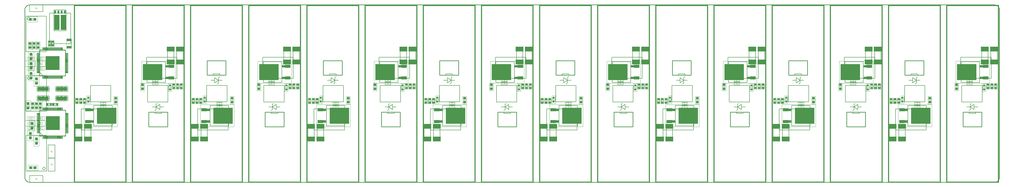
<source format=gtp>
G04*
G04 #@! TF.GenerationSoftware,Altium Limited,Altium Designer,18.1.9 (240)*
G04*
G04 Layer_Color=8421504*
%FSLAX25Y25*%
%MOIN*%
G70*
G01*
G75*
%ADD11C,0.01000*%
%ADD12C,0.00787*%
%ADD13C,0.00500*%
%ADD16C,0.00600*%
%ADD17C,0.05000*%
%ADD18C,0.00800*%
%ADD19C,0.00394*%
%ADD20C,0.00197*%
%ADD21C,0.01600*%
%ADD22C,0.00200*%
%ADD23R,0.12402X0.07717*%
%ADD24R,0.03937X0.03543*%
%ADD25R,0.04331X0.04331*%
%ADD26R,0.21260X0.21260*%
%ADD27R,0.05753X0.01063*%
%ADD28R,0.01063X0.05753*%
%ADD29R,0.04600X0.06300*%
%ADD30R,0.04331X0.04331*%
%ADD31R,0.06693X0.03740*%
%ADD32R,0.07874X0.23622*%
%ADD33R,0.02756X0.04724*%
%ADD34R,0.03543X0.02756*%
%ADD35R,0.02756X0.03543*%
%ADD36R,0.03150X0.03150*%
%ADD37R,0.30000X0.25000*%
%ADD38R,0.08661X0.04724*%
G36*
X46949Y188583D02*
X45949D01*
Y189583D01*
X46949D01*
Y188583D01*
D02*
G37*
G36*
X1492922Y181808D02*
X1481522D01*
Y185208D01*
X1492922D01*
Y181808D01*
D02*
G37*
G36*
X1313001D02*
X1301601D01*
Y185208D01*
X1313001D01*
Y181808D01*
D02*
G37*
G36*
X1133079D02*
X1121679D01*
Y185208D01*
X1133079D01*
Y181808D01*
D02*
G37*
G36*
X953158D02*
X941758D01*
Y185208D01*
X953158D01*
Y181808D01*
D02*
G37*
G36*
X773237D02*
X761837D01*
Y185208D01*
X773237D01*
Y181808D01*
D02*
G37*
G36*
X593316D02*
X581916D01*
Y185208D01*
X593316D01*
Y181808D01*
D02*
G37*
G36*
X413394D02*
X401994D01*
Y185208D01*
X413394D01*
Y181808D01*
D02*
G37*
G36*
X233473D02*
X222073D01*
Y185208D01*
X233473D01*
Y181808D01*
D02*
G37*
G36*
X1461087Y174425D02*
X1460087D01*
Y175425D01*
X1461087D01*
Y174425D01*
D02*
G37*
G36*
X1281166D02*
X1280166D01*
Y175425D01*
X1281166D01*
Y174425D01*
D02*
G37*
G36*
X1101244D02*
X1100244D01*
Y175425D01*
X1101244D01*
Y174425D01*
D02*
G37*
G36*
X921323D02*
X920323D01*
Y175425D01*
X921323D01*
Y174425D01*
D02*
G37*
G36*
X741402D02*
X740402D01*
Y175425D01*
X741402D01*
Y174425D01*
D02*
G37*
G36*
X561481D02*
X560481D01*
Y175425D01*
X561481D01*
Y174425D01*
D02*
G37*
G36*
X381559D02*
X380559D01*
Y175425D01*
X381559D01*
Y174425D01*
D02*
G37*
G36*
X201638D02*
X200638D01*
Y175425D01*
X201638D01*
Y174425D01*
D02*
G37*
G36*
X1492922Y163808D02*
X1481522D01*
Y167208D01*
X1492922D01*
Y163808D01*
D02*
G37*
G36*
X1313001D02*
X1301601D01*
Y167208D01*
X1313001D01*
Y163808D01*
D02*
G37*
G36*
X1133079D02*
X1121679D01*
Y167208D01*
X1133079D01*
Y163808D01*
D02*
G37*
G36*
X953158D02*
X941758D01*
Y167208D01*
X953158D01*
Y163808D01*
D02*
G37*
G36*
X773237D02*
X761837D01*
Y167208D01*
X773237D01*
Y163808D01*
D02*
G37*
G36*
X593316D02*
X581916D01*
Y167208D01*
X593316D01*
Y163808D01*
D02*
G37*
G36*
X413394D02*
X401994D01*
Y167208D01*
X413394D01*
Y163808D01*
D02*
G37*
G36*
X233473D02*
X222073D01*
Y167208D01*
X233473D01*
Y163808D01*
D02*
G37*
G36*
X63118Y145622D02*
X59118D01*
Y151622D01*
X63118D01*
Y145622D01*
D02*
G37*
G36*
X34386D02*
X30386D01*
Y151622D01*
X34386D01*
Y145622D01*
D02*
G37*
G36*
X63118Y130858D02*
X59118D01*
Y136858D01*
X63118D01*
Y130858D01*
D02*
G37*
G36*
X34386D02*
X30386D01*
Y136858D01*
X34386D01*
Y130858D01*
D02*
G37*
G36*
X1369757Y114322D02*
X1358357D01*
Y117722D01*
X1369757D01*
Y114322D01*
D02*
G37*
G36*
X1189836D02*
X1178436D01*
Y117722D01*
X1189836D01*
Y114322D01*
D02*
G37*
G36*
X1009915D02*
X998515D01*
Y117722D01*
X1009915D01*
Y114322D01*
D02*
G37*
G36*
X829994D02*
X818594D01*
Y117722D01*
X829994D01*
Y114322D01*
D02*
G37*
G36*
X650072D02*
X638672D01*
Y117722D01*
X650072D01*
Y114322D01*
D02*
G37*
G36*
X470151D02*
X458751D01*
Y117722D01*
X470151D01*
Y114322D01*
D02*
G37*
G36*
X290230D02*
X278830D01*
Y117722D01*
X290230D01*
Y114322D01*
D02*
G37*
G36*
X110309D02*
X98909D01*
Y117722D01*
X110309D01*
Y114322D01*
D02*
G37*
G36*
X1391192Y106105D02*
X1390192D01*
Y107105D01*
X1391192D01*
Y106105D01*
D02*
G37*
G36*
X1211271D02*
X1210271D01*
Y107105D01*
X1211271D01*
Y106105D01*
D02*
G37*
G36*
X1031350D02*
X1030350D01*
Y107105D01*
X1031350D01*
Y106105D01*
D02*
G37*
G36*
X851429D02*
X850429D01*
Y107105D01*
X851429D01*
Y106105D01*
D02*
G37*
G36*
X671507D02*
X670507D01*
Y107105D01*
X671507D01*
Y106105D01*
D02*
G37*
G36*
X491586D02*
X490586D01*
Y107105D01*
X491586D01*
Y106105D01*
D02*
G37*
G36*
X311665D02*
X310665D01*
Y107105D01*
X311665D01*
Y106105D01*
D02*
G37*
G36*
X131744D02*
X130744D01*
Y107105D01*
X131744D01*
Y106105D01*
D02*
G37*
G36*
X1369757Y96322D02*
X1358357D01*
Y99722D01*
X1369757D01*
Y96322D01*
D02*
G37*
G36*
X1189836D02*
X1178436D01*
Y99722D01*
X1189836D01*
Y96322D01*
D02*
G37*
G36*
X1009915D02*
X998515D01*
Y99722D01*
X1009915D01*
Y96322D01*
D02*
G37*
G36*
X829994D02*
X818594D01*
Y99722D01*
X829994D01*
Y96322D01*
D02*
G37*
G36*
X650072D02*
X638672D01*
Y99722D01*
X650072D01*
Y96322D01*
D02*
G37*
G36*
X470151D02*
X458751D01*
Y99722D01*
X470151D01*
Y96322D01*
D02*
G37*
G36*
X290230D02*
X278830D01*
Y99722D01*
X290230D01*
Y96322D01*
D02*
G37*
G36*
X110309D02*
X98909D01*
Y99722D01*
X110309D01*
Y96322D01*
D02*
G37*
G36*
X47244Y95472D02*
X46244D01*
Y96472D01*
X47244D01*
Y95472D01*
D02*
G37*
D11*
X1511614Y270866D02*
X1511561Y271882D01*
X1511375Y272882D01*
X1511060Y273849D01*
X1510622Y274767D01*
X1510067Y275620D01*
X1509406Y276393D01*
X1508650Y277074D01*
X1507812Y277649D01*
X1506905Y278111D01*
X1505946Y278450D01*
X1504951Y278661D01*
X1503937Y278740D01*
X1503937Y3937D02*
X1504951Y4016D01*
X1505946Y4227D01*
X1506905Y4566D01*
X1507812Y5028D01*
X1508650Y5604D01*
X1509406Y6284D01*
X1510067Y7057D01*
X1510622Y7910D01*
X1511060Y8828D01*
X1511375Y9795D01*
X1511561Y10795D01*
X1511614Y11811D01*
X3937Y11811D02*
X4004Y10783D01*
X4205Y9773D01*
X4536Y8798D01*
X4992Y7874D01*
X5564Y7018D01*
X6243Y6243D01*
X7018Y5564D01*
X7874Y4992D01*
X8798Y4536D01*
X9773Y4205D01*
X10783Y4004D01*
X11811Y3937D01*
Y278740D02*
X10783Y278673D01*
X9773Y278472D01*
X8798Y278141D01*
X7874Y277685D01*
X7018Y277113D01*
X6243Y276434D01*
X5564Y275659D01*
X4992Y274803D01*
X4536Y273879D01*
X4205Y272904D01*
X4004Y271894D01*
X3937Y270866D01*
X11811Y278740D02*
X1478740Y278740D01*
X3937Y270866D02*
X3937Y11811D01*
X11811Y3937D02*
X1478740Y3937D01*
X1511614Y11811D02*
Y74803D01*
X1478740Y3937D02*
X1503937D01*
X1511614Y207874D02*
Y270866D01*
X1478740Y278740D02*
X1503937D01*
X1511614Y74803D02*
Y207874D01*
X1095453Y89991D02*
Y112629D01*
Y89991D02*
X1124587D01*
Y112629D01*
X1095453D02*
X1124587D01*
X375768Y89991D02*
Y112629D01*
Y89991D02*
X404902D01*
Y112629D01*
X375768D02*
X404902D01*
X735610Y89991D02*
Y112629D01*
Y89991D02*
X764744D01*
Y112629D01*
X735610D02*
X764744D01*
X195846Y89991D02*
Y112629D01*
Y89991D02*
X224980D01*
Y112629D01*
X195846D02*
X224980D01*
X1455295D02*
X1484429D01*
Y89991D02*
Y112629D01*
X1455295Y89991D02*
X1484429D01*
X1455295D02*
Y112629D01*
X1365472Y169734D02*
X1394606D01*
X1365472D02*
Y192372D01*
X1394606D01*
Y169734D02*
Y192372D01*
X1275374Y112629D02*
X1304508D01*
Y89991D02*
Y112629D01*
X1275374Y89991D02*
X1304508D01*
X1275374D02*
Y112629D01*
X1185551Y169734D02*
X1214685D01*
X1185551D02*
Y192372D01*
X1214685D01*
Y169734D02*
Y192372D01*
X1005630Y169734D02*
X1034764D01*
X1005630D02*
Y192372D01*
X1034764D01*
Y169734D02*
Y192372D01*
X915532Y112629D02*
X944666D01*
Y89991D02*
Y112629D01*
X915532Y89991D02*
X944666D01*
X915532D02*
Y112629D01*
X825709Y169734D02*
X854843D01*
X825709D02*
Y192372D01*
X854843D01*
Y169734D02*
Y192372D01*
X645787Y169734D02*
X674921D01*
X645787D02*
Y192372D01*
X674921D01*
Y169734D02*
Y192372D01*
X555689Y112629D02*
X584823D01*
Y89991D02*
Y112629D01*
X555689Y89991D02*
X584823D01*
X555689D02*
Y112629D01*
X465866Y169734D02*
X495000D01*
X465866D02*
Y192372D01*
X495000D01*
Y169734D02*
Y192372D01*
X285945Y169734D02*
X315079D01*
X285945D02*
Y192372D01*
X315079D01*
Y169734D02*
Y192372D01*
D12*
X1115138Y110434D02*
Y112402D01*
X1104902Y110434D02*
Y112402D01*
Y110434D02*
X1115138D01*
X395453D02*
Y112402D01*
X385217Y110434D02*
Y112402D01*
Y110434D02*
X395453D01*
X755295D02*
Y112402D01*
X745059Y110434D02*
Y112402D01*
Y110434D02*
X755295D01*
X215531D02*
Y112402D01*
X205295Y110434D02*
Y112402D01*
Y110434D02*
X215531D01*
X1464744D02*
X1474980D01*
X1464744D02*
Y112402D01*
X1474980Y110434D02*
Y112402D01*
X1374921Y171929D02*
X1385157D01*
Y169961D02*
Y171929D01*
X1374921Y169961D02*
Y171929D01*
X1284823Y110434D02*
X1295059D01*
X1284823D02*
Y112402D01*
X1295059Y110434D02*
Y112402D01*
X1195000Y171929D02*
X1205236D01*
Y169961D02*
Y171929D01*
X1195000Y169961D02*
Y171929D01*
X1015079D02*
X1025315D01*
Y169961D02*
Y171929D01*
X1015079Y169961D02*
Y171929D01*
X924981Y110434D02*
X935217D01*
X924981D02*
Y112402D01*
X935217Y110434D02*
Y112402D01*
X835158Y171929D02*
X845394D01*
Y169961D02*
Y171929D01*
X835158Y169961D02*
Y171929D01*
X655236D02*
X665472D01*
Y169961D02*
Y171929D01*
X655236Y169961D02*
Y171929D01*
X565138Y110434D02*
X575374D01*
X565138D02*
Y112402D01*
X575374Y110434D02*
Y112402D01*
X475315Y171929D02*
X485551D01*
Y169961D02*
Y171929D01*
X475315Y169961D02*
Y171929D01*
X295394D02*
X305630D01*
Y169961D02*
Y171929D01*
X295394Y169961D02*
Y171929D01*
D13*
X35630Y25197D02*
X35367Y26181D01*
X34646Y26902D01*
X33661Y27166D01*
X32677Y26902D01*
X31956Y26181D01*
X31692Y25197D01*
X31956Y24212D01*
X32677Y23492D01*
X33661Y23228D01*
X34646Y23492D01*
X35367Y24212D01*
X35630Y25197D01*
X11812Y257382D02*
X11548Y258366D01*
X10827Y259087D01*
X9843Y259351D01*
X8858Y259087D01*
X8137Y258366D01*
X7874Y257382D01*
X8137Y256397D01*
X8858Y255677D01*
X9843Y255413D01*
X10827Y255677D01*
X11548Y256397D01*
X11812Y257382D01*
X12107Y165157D02*
X11843Y166142D01*
X11122Y166863D01*
X10138Y167126D01*
X9153Y166863D01*
X8433Y166142D01*
X8169Y165157D01*
X8433Y164173D01*
X9153Y163452D01*
X10138Y163188D01*
X11122Y163452D01*
X11843Y164173D01*
X12107Y165157D01*
X1112657Y120513D02*
X1118563D01*
X1112657Y116576D02*
Y120513D01*
X1106752D02*
X1112657Y116576D01*
X1106752Y120513D02*
X1112657Y124450D01*
Y120513D02*
Y124450D01*
X1106752Y120513D02*
Y124450D01*
X1108524Y126221D01*
X1106752Y116576D02*
Y120513D01*
X1104980Y114804D02*
X1106752Y116576D01*
X1101043Y120513D02*
X1106752D01*
X392972D02*
X398878D01*
X392972Y116576D02*
Y120513D01*
X387067D02*
X392972Y116576D01*
X387067Y120513D02*
X392972Y124450D01*
Y120513D02*
Y124450D01*
X387067Y120513D02*
Y124450D01*
X388839Y126221D01*
X387067Y116576D02*
Y120513D01*
X385295Y114804D02*
X387067Y116576D01*
X381358Y120513D02*
X387067D01*
X752814D02*
X758720D01*
X752814Y116576D02*
Y120513D01*
X746909D02*
X752814Y116576D01*
X746909Y120513D02*
X752814Y124450D01*
Y120513D02*
Y124450D01*
X746909Y120513D02*
Y124450D01*
X748681Y126221D01*
X746909Y116576D02*
Y120513D01*
X745137Y114804D02*
X746909Y116576D01*
X741200Y120513D02*
X746909D01*
X82087Y92520D02*
X91929D01*
X82087Y68898D02*
Y92520D01*
X91929Y68898D02*
Y92520D01*
X82087Y68898D02*
X91929D01*
X1484252Y212008D02*
X1494094D01*
X1484252Y188386D02*
Y212008D01*
Y188386D02*
X1494094D01*
Y212008D01*
X1356103Y68898D02*
X1365945D01*
Y92520D01*
X1356103D02*
X1365945D01*
X1356103Y68898D02*
Y92520D01*
X1304331Y212008D02*
X1314173D01*
X1304331Y188386D02*
Y212008D01*
Y188386D02*
X1314173D01*
Y212008D01*
X1176181Y68898D02*
X1186023D01*
Y92520D01*
X1176181D02*
X1186023D01*
X1176181Y68898D02*
Y92520D01*
X1124410Y212008D02*
X1134252D01*
X1124410Y188386D02*
Y212008D01*
Y188386D02*
X1134252D01*
Y212008D01*
X996260Y68898D02*
X1006102D01*
Y92520D01*
X996260D02*
X1006102D01*
X996260Y68898D02*
Y92520D01*
X944489Y212008D02*
X954331D01*
X944489Y188386D02*
Y212008D01*
Y188386D02*
X954331D01*
Y212008D01*
X816339Y68898D02*
X826181D01*
Y92520D01*
X816339D02*
X826181D01*
X816339Y68898D02*
Y92520D01*
X764567Y212008D02*
X774409D01*
X764567Y188386D02*
Y212008D01*
Y188386D02*
X774409D01*
Y212008D01*
X636418Y68898D02*
X646260D01*
Y92520D01*
X636418D02*
X646260D01*
X636418Y68898D02*
Y92520D01*
X584646Y212008D02*
X594488D01*
X584646Y188386D02*
Y212008D01*
Y188386D02*
X594488D01*
Y212008D01*
X456496Y68898D02*
X466338D01*
Y92520D01*
X456496D02*
X466338D01*
X456496Y68898D02*
Y92520D01*
X404725Y212008D02*
X414567D01*
X404725Y188386D02*
Y212008D01*
Y188386D02*
X414567D01*
Y212008D01*
X276575Y68898D02*
X286417D01*
Y92520D01*
X276575D02*
X286417D01*
X276575Y68898D02*
Y92520D01*
X224803Y212008D02*
X234645D01*
X224803Y188386D02*
Y212008D01*
Y188386D02*
X234645D01*
Y212008D01*
X96654Y68898D02*
X106496D01*
Y92520D01*
X96654D02*
X106496D01*
X96654Y68898D02*
Y92520D01*
X1498524Y188386D02*
X1508366D01*
Y212008D01*
X1498524D02*
X1508366D01*
X1498524Y188386D02*
Y212008D01*
X1341536Y92520D02*
X1351378D01*
X1341536Y68898D02*
Y92520D01*
Y68898D02*
X1351378D01*
Y92520D01*
X1318603Y188386D02*
X1328445D01*
Y212008D01*
X1318603D02*
X1328445D01*
X1318603Y188386D02*
Y212008D01*
X1161614Y92520D02*
X1171456D01*
X1161614Y68898D02*
Y92520D01*
Y68898D02*
X1171456D01*
Y92520D01*
X1138681Y188386D02*
X1148523D01*
Y212008D01*
X1138681D02*
X1148523D01*
X1138681Y188386D02*
Y212008D01*
X981693Y92520D02*
X991535D01*
X981693Y68898D02*
Y92520D01*
Y68898D02*
X991535D01*
Y92520D01*
X958760Y188386D02*
X968602D01*
Y212008D01*
X958760D02*
X968602D01*
X958760Y188386D02*
Y212008D01*
X801772Y92520D02*
X811614D01*
X801772Y68898D02*
Y92520D01*
Y68898D02*
X811614D01*
Y92520D01*
X778839Y188386D02*
X788681D01*
Y212008D01*
X778839D02*
X788681D01*
X778839Y188386D02*
Y212008D01*
X621851Y92520D02*
X631693D01*
X621851Y68898D02*
Y92520D01*
Y68898D02*
X631693D01*
Y92520D01*
X598918Y188386D02*
X608760D01*
Y212008D01*
X598918D02*
X608760D01*
X598918Y188386D02*
Y212008D01*
X441929Y92520D02*
X451771D01*
X441929Y68898D02*
Y92520D01*
Y68898D02*
X451771D01*
Y92520D01*
X418996Y188386D02*
X428838D01*
Y212008D01*
X418996D02*
X428838D01*
X418996Y188386D02*
Y212008D01*
X262008Y92520D02*
X271850D01*
X262008Y68898D02*
Y92520D01*
Y68898D02*
X271850D01*
Y92520D01*
X239075Y188386D02*
X248917D01*
Y212008D01*
X239075D02*
X248917D01*
X239075Y188386D02*
Y212008D01*
X42520Y218504D02*
X75198D01*
Y221850D01*
Y265748D01*
X74607D02*
X75198D01*
X42520D02*
X74607D01*
X42520Y218504D02*
Y265748D01*
X6102Y76378D02*
X37598D01*
X6102Y21260D02*
Y76378D01*
Y21260D02*
X37598D01*
Y76378D01*
X5906Y206201D02*
X37402D01*
Y261319D01*
X5906D02*
X37402D01*
X5906Y206201D02*
Y261319D01*
X6201Y113976D02*
X37697D01*
Y169094D01*
X6201D02*
X37697D01*
X6201Y113976D02*
Y169094D01*
X68110Y238583D02*
Y270866D01*
X49212D02*
X68110D01*
X49212Y238583D02*
Y270866D01*
Y238583D02*
X68110D01*
X192224Y164960D02*
Y197638D01*
Y164960D02*
X195570D01*
X239468D01*
Y165551D01*
Y197638D01*
X192224D02*
X239468D01*
X213050Y120513D02*
X218956D01*
X213050Y116576D02*
Y120513D01*
X207145D02*
X213050Y116576D01*
X207145Y120513D02*
X213050Y124450D01*
Y120513D02*
Y124450D01*
X207145Y120513D02*
Y124450D01*
X208917Y126221D01*
X207145Y116576D02*
Y120513D01*
X205373Y114804D02*
X207145Y116576D01*
X201436Y120513D02*
X207145D01*
X1451673Y164960D02*
Y197638D01*
Y164960D02*
X1455019D01*
X1498917D01*
Y165551D01*
Y197638D01*
X1451673D02*
X1498917D01*
X1398229Y84842D02*
Y117520D01*
X1394883D02*
X1398229D01*
X1350985D02*
X1394883D01*
X1350985Y116929D02*
Y117520D01*
Y84842D02*
Y116929D01*
Y84842D02*
X1398229D01*
X1271752Y164960D02*
Y197638D01*
Y164960D02*
X1275098D01*
X1318996D01*
Y165551D01*
Y197638D01*
X1271752D02*
X1318996D01*
X1218308Y84842D02*
Y117520D01*
X1214962D02*
X1218308D01*
X1171064D02*
X1214962D01*
X1171064Y116929D02*
Y117520D01*
Y84842D02*
Y116929D01*
Y84842D02*
X1218308D01*
X1091830Y164960D02*
Y197638D01*
Y164960D02*
X1095176D01*
X1139074D01*
Y165551D01*
Y197638D01*
X1091830D02*
X1139074D01*
X991142Y84842D02*
X1038386D01*
X991142D02*
Y116929D01*
Y117520D01*
X1035040D01*
X1038386D01*
Y84842D02*
Y117520D01*
X911909Y164960D02*
Y197638D01*
Y164960D02*
X915255D01*
X959153D01*
Y165551D01*
Y197638D01*
X911909D02*
X959153D01*
X858465Y84842D02*
Y117520D01*
X855119D02*
X858465D01*
X811221D02*
X855119D01*
X811221Y116929D02*
Y117520D01*
Y84842D02*
Y116929D01*
Y84842D02*
X858465D01*
X731988Y164960D02*
Y197638D01*
Y164960D02*
X735334D01*
X779232D01*
Y165551D01*
Y197638D01*
X731988D02*
X779232D01*
X678544Y84842D02*
Y117520D01*
X675198D02*
X678544D01*
X631300D02*
X675198D01*
X631300Y116929D02*
Y117520D01*
Y84842D02*
Y116929D01*
Y84842D02*
X678544D01*
X552067Y164960D02*
Y197638D01*
Y164960D02*
X555412D01*
X599310D01*
Y165551D01*
Y197638D01*
X552067D02*
X599310D01*
X498623Y84842D02*
Y117520D01*
X495276D02*
X498623D01*
X451378D02*
X495276D01*
X451378Y116929D02*
Y117520D01*
Y84842D02*
Y116929D01*
Y84842D02*
X498623D01*
X372145Y164960D02*
Y197638D01*
Y164960D02*
X375491D01*
X419389D01*
Y165551D01*
Y197638D01*
X372145D02*
X419389D01*
X318701Y84842D02*
Y117520D01*
X315355D02*
X318701D01*
X271457D02*
X315355D01*
X271457Y116929D02*
Y117520D01*
Y84842D02*
Y116929D01*
Y84842D02*
X318701D01*
X1460885Y120513D02*
X1466594D01*
X1464822Y114804D02*
X1466594Y116576D01*
Y120513D01*
Y124450D02*
X1468366Y126221D01*
X1466594Y120513D02*
Y124450D01*
X1472499Y120513D02*
Y124450D01*
X1466594Y120513D02*
X1472499Y124450D01*
X1466594Y120513D02*
X1472499Y116576D01*
Y120513D01*
X1478405D01*
X1383307Y161850D02*
X1389016D01*
X1383307Y165787D02*
X1385079Y167559D01*
X1383307Y161850D02*
Y165787D01*
X1381535Y156142D02*
X1383307Y157913D01*
Y161850D01*
X1377402Y157913D02*
Y161850D01*
Y157913D02*
X1383307Y161850D01*
X1377402Y165787D02*
X1383307Y161850D01*
X1377402D02*
Y165787D01*
X1371496Y161850D02*
X1377402D01*
X1280964Y120513D02*
X1286673D01*
X1284901Y114804D02*
X1286673Y116576D01*
Y120513D01*
Y124450D02*
X1288445Y126221D01*
X1286673Y120513D02*
Y124450D01*
X1292578Y120513D02*
Y124450D01*
X1286673Y120513D02*
X1292578Y124450D01*
X1286673Y120513D02*
X1292578Y116576D01*
Y120513D01*
X1298484D01*
X1203386Y161850D02*
X1209095D01*
X1203386Y165787D02*
X1205158Y167559D01*
X1203386Y161850D02*
Y165787D01*
X1201614Y156142D02*
X1203386Y157913D01*
Y161850D01*
X1197481Y157913D02*
Y161850D01*
Y157913D02*
X1203386Y161850D01*
X1197481Y165787D02*
X1203386Y161850D01*
X1197481D02*
Y165787D01*
X1191575Y161850D02*
X1197481D01*
X1023465D02*
X1029174D01*
X1023465Y165787D02*
X1025237Y167559D01*
X1023465Y161850D02*
Y165787D01*
X1021693Y156142D02*
X1023465Y157913D01*
Y161850D01*
X1017560Y157913D02*
Y161850D01*
Y157913D02*
X1023465Y161850D01*
X1017560Y165787D02*
X1023465Y161850D01*
X1017560D02*
Y165787D01*
X1011654Y161850D02*
X1017560D01*
X921122Y120513D02*
X926830D01*
X925058Y114804D02*
X926830Y116576D01*
Y120513D01*
Y124450D02*
X928603Y126221D01*
X926830Y120513D02*
Y124450D01*
X932736Y120513D02*
Y124450D01*
X926830Y120513D02*
X932736Y124450D01*
X926830Y120513D02*
X932736Y116576D01*
Y120513D01*
X938641D01*
X843544Y161850D02*
X849253D01*
X843544Y165787D02*
X845316Y167559D01*
X843544Y161850D02*
Y165787D01*
X841772Y156142D02*
X843544Y157913D01*
Y161850D01*
X837639Y157913D02*
Y161850D01*
Y157913D02*
X843544Y161850D01*
X837639Y165787D02*
X843544Y161850D01*
X837639D02*
Y165787D01*
X831733Y161850D02*
X837639D01*
X663622D02*
X669331D01*
X663622Y165787D02*
X665394Y167559D01*
X663622Y161850D02*
Y165787D01*
X661850Y156142D02*
X663622Y157913D01*
Y161850D01*
X657717Y157913D02*
Y161850D01*
Y157913D02*
X663622Y161850D01*
X657717Y165787D02*
X663622Y161850D01*
X657717D02*
Y165787D01*
X651811Y161850D02*
X657717D01*
X561279Y120513D02*
X566988D01*
X565216Y114804D02*
X566988Y116576D01*
Y120513D01*
Y124450D02*
X568760Y126221D01*
X566988Y120513D02*
Y124450D01*
X572893Y120513D02*
Y124450D01*
X566988Y120513D02*
X572893Y124450D01*
X566988Y120513D02*
X572893Y116576D01*
Y120513D01*
X578799D01*
X483701Y161850D02*
X489410D01*
X483701Y165787D02*
X485473Y167559D01*
X483701Y161850D02*
Y165787D01*
X481929Y156142D02*
X483701Y157913D01*
Y161850D01*
X477796Y157913D02*
Y161850D01*
Y157913D02*
X483701Y161850D01*
X477796Y165787D02*
X483701Y161850D01*
X477796D02*
Y165787D01*
X471890Y161850D02*
X477796D01*
X303780D02*
X309489D01*
X303780Y165787D02*
X305552Y167559D01*
X303780Y161850D02*
Y165787D01*
X302008Y156142D02*
X303780Y157913D01*
Y161850D01*
X297875Y157913D02*
Y161850D01*
Y157913D02*
X303780Y161850D01*
X297875Y165787D02*
X303780Y161850D01*
X297875D02*
Y165787D01*
X291969Y161850D02*
X297875D01*
X91536Y84842D02*
X138780D01*
X91536D02*
Y116929D01*
Y117520D01*
X135434D01*
X138780D01*
Y84842D02*
Y117520D01*
D16*
X1093563Y153977D02*
X1125059D01*
X1093563Y128347D02*
Y153977D01*
Y128347D02*
X1125059D01*
Y153977D01*
X373878D02*
X405374D01*
X373878Y128347D02*
Y153977D01*
Y128347D02*
X405374D01*
Y153977D01*
X733720D02*
X765216D01*
X733720Y128347D02*
Y153977D01*
Y128347D02*
X765216D01*
Y153977D01*
X105552Y128386D02*
Y154016D01*
X137048D01*
Y128386D02*
Y154016D01*
X105552Y128386D02*
X137048D01*
X193956Y153977D02*
X225452D01*
X193956Y128347D02*
Y153977D01*
Y128347D02*
X225452D01*
Y153977D01*
X1484901Y128347D02*
Y153977D01*
X1453405Y128347D02*
X1484901D01*
X1453405D02*
Y153977D01*
X1484901D01*
X1365000Y128386D02*
Y154016D01*
X1396496D01*
Y128386D02*
Y154016D01*
X1365000Y128386D02*
X1396496D01*
X1304980Y128347D02*
Y153977D01*
X1273484Y128347D02*
X1304980D01*
X1273484D02*
Y153977D01*
X1304980D01*
X1185079Y128386D02*
Y154016D01*
X1216575D01*
Y128386D02*
Y154016D01*
X1185079Y128386D02*
X1216575D01*
X1005158D02*
Y154016D01*
X1036654D01*
Y128386D02*
Y154016D01*
X1005158Y128386D02*
X1036654D01*
X945138Y128347D02*
Y153977D01*
X913641Y128347D02*
X945138D01*
X913641D02*
Y153977D01*
X945138D01*
X825237Y128386D02*
Y154016D01*
X856733D01*
Y128386D02*
Y154016D01*
X825237Y128386D02*
X856733D01*
X645315D02*
Y154016D01*
X676811D01*
Y128386D02*
Y154016D01*
X645315Y128386D02*
X676811D01*
X585295Y128347D02*
Y153977D01*
X553799Y128347D02*
X585295D01*
X553799D02*
Y153977D01*
X585295D01*
X465394Y128386D02*
Y154016D01*
X496890D01*
Y128386D02*
Y154016D01*
X465394Y128386D02*
X496890D01*
X285473D02*
Y154016D01*
X316969D01*
Y128386D02*
Y154016D01*
X285473Y128386D02*
X316969D01*
X27544Y75772D02*
X66944D01*
X27544D02*
Y115172D01*
X66944D01*
Y75772D02*
Y115172D01*
X27544Y80772D02*
X32544Y75772D01*
X31944Y115172D02*
Y119072D01*
X33044D01*
Y115172D02*
Y119072D01*
X31944Y115172D02*
X33044D01*
X33944D02*
Y119072D01*
X34944D01*
Y115172D02*
Y119072D01*
X33944Y115172D02*
X34944D01*
X35844D02*
Y119072D01*
X36944D01*
Y115172D02*
Y119072D01*
X35844Y115172D02*
X36944D01*
X37844D02*
Y119072D01*
X38944D01*
Y115172D02*
Y119072D01*
X37844Y115172D02*
X38944D01*
X39844D02*
Y119072D01*
X40844D01*
Y115172D02*
Y119072D01*
X39844Y115172D02*
X40844D01*
X41744D02*
Y119072D01*
X42844D01*
Y115172D02*
Y119072D01*
X41744Y115172D02*
X42844D01*
X43744D02*
Y119072D01*
X44844D01*
Y115172D02*
Y119072D01*
X43744Y115172D02*
X44844D01*
X45744D02*
Y119072D01*
X46744D01*
Y115172D02*
Y119072D01*
X45744Y115172D02*
X46744D01*
X47744D02*
Y119072D01*
X48744D01*
Y115172D02*
Y119072D01*
X47744Y115172D02*
X48744D01*
X49644D02*
Y119072D01*
X50744D01*
Y115172D02*
Y119072D01*
X49644Y115172D02*
X50744D01*
X51644D02*
Y119072D01*
X52744D01*
Y115172D02*
Y119072D01*
X51644Y115172D02*
X52744D01*
X53644D02*
Y119072D01*
X54644D01*
Y115172D02*
Y119072D01*
X53644Y115172D02*
X54644D01*
X55544D02*
Y119072D01*
X56644D01*
Y115172D02*
Y119072D01*
X55544Y115172D02*
X56644D01*
X57544D02*
Y119072D01*
X58644D01*
Y115172D02*
Y119072D01*
X57544Y115172D02*
X58644D01*
X59544D02*
Y119072D01*
X60544D01*
Y115172D02*
Y119072D01*
X59544Y115172D02*
X60544D01*
X61444D02*
Y119072D01*
X62544D01*
Y115172D02*
Y119072D01*
X61444Y115172D02*
X62544D01*
X66944Y110772D02*
X70844D01*
Y109672D02*
Y110772D01*
X66944Y109672D02*
X70844D01*
X66944D02*
Y110772D01*
Y108772D02*
X70844D01*
Y107772D02*
Y108772D01*
X66944Y107772D02*
X70844D01*
X66944D02*
Y108772D01*
Y106872D02*
X70844D01*
Y105772D02*
Y106872D01*
X66944Y105772D02*
X70844D01*
X66944D02*
Y106872D01*
Y104872D02*
X70844D01*
Y103772D02*
Y104872D01*
X66944Y103772D02*
X70844D01*
X66944D02*
Y104872D01*
Y102872D02*
X70844D01*
Y101872D02*
Y102872D01*
X66944Y101872D02*
X70844D01*
X66944D02*
Y102872D01*
Y100972D02*
X70844D01*
Y99872D02*
Y100972D01*
X66944Y99872D02*
X70844D01*
X66944D02*
Y100972D01*
Y98972D02*
X70844D01*
Y97872D02*
Y98972D01*
X66944Y97872D02*
X70844D01*
X66944D02*
Y98972D01*
Y96972D02*
X70844D01*
Y95972D02*
Y96972D01*
X66944Y95972D02*
X70844D01*
X66944D02*
Y96972D01*
Y94972D02*
X70844D01*
Y93972D02*
Y94972D01*
X66944Y93972D02*
X70844D01*
X66944D02*
Y94972D01*
Y93072D02*
X70844D01*
Y91972D02*
Y93072D01*
X66944Y91972D02*
X70844D01*
X66944D02*
Y93072D01*
Y91072D02*
X70844D01*
Y89972D02*
Y91072D01*
X66944Y89972D02*
X70844D01*
X66944D02*
Y91072D01*
Y89072D02*
X70844D01*
Y88072D02*
Y89072D01*
X66944Y88072D02*
X70844D01*
X66944D02*
Y89072D01*
Y87172D02*
X70844D01*
Y86072D02*
Y87172D01*
X66944Y86072D02*
X70844D01*
X66944D02*
Y87172D01*
Y85172D02*
X70844D01*
Y84072D02*
Y85172D01*
X66944Y84072D02*
X70844D01*
X66944D02*
Y85172D01*
Y83172D02*
X70844D01*
Y82172D02*
Y83172D01*
X66944Y82172D02*
X70844D01*
X66944D02*
Y83172D01*
Y81272D02*
X70844D01*
Y80172D02*
Y81272D01*
X66944Y80172D02*
X70844D01*
X66944D02*
Y81272D01*
X62544Y71872D02*
Y75772D01*
X61444Y71872D02*
X62544D01*
X61444D02*
Y75772D01*
X62544D01*
X60544Y71872D02*
Y75772D01*
X59544Y71872D02*
X60544D01*
X59544D02*
Y75772D01*
X60544D01*
X58644Y71872D02*
Y75772D01*
X57544Y71872D02*
X58644D01*
X57544D02*
Y75772D01*
X58644D01*
X56644Y71872D02*
Y75772D01*
X55544Y71872D02*
X56644D01*
X55544D02*
Y75772D01*
X56644D01*
X54644Y71872D02*
Y75772D01*
X53644Y71872D02*
X54644D01*
X53644D02*
Y75772D01*
X54644D01*
X52744Y71872D02*
Y75772D01*
X51644Y71872D02*
X52744D01*
X51644D02*
Y75772D01*
X52744D01*
X50744Y71872D02*
Y75772D01*
X49644Y71872D02*
X50744D01*
X49644D02*
Y75772D01*
X50744D01*
X48744Y71872D02*
Y75772D01*
X47744Y71872D02*
X48744D01*
X47744D02*
Y75772D01*
X48744D01*
X46744Y71872D02*
Y75772D01*
X45744Y71872D02*
X46744D01*
X45744D02*
Y75772D01*
X46744D01*
X44844Y71872D02*
Y75772D01*
X43744Y71872D02*
X44844D01*
X43744D02*
Y75772D01*
X44844D01*
X42844Y71872D02*
Y75772D01*
X41744Y71872D02*
X42844D01*
X41744D02*
Y75772D01*
X42844D01*
X40844Y71872D02*
Y75772D01*
X39844Y71872D02*
X40844D01*
X39844D02*
Y75772D01*
X40844D01*
X38944Y71872D02*
Y75772D01*
X37844Y71872D02*
X38944D01*
X37844D02*
Y75772D01*
X38944D01*
X36944Y71872D02*
Y75772D01*
X35844Y71872D02*
X36944D01*
X35844D02*
Y75772D01*
X36944D01*
X34944Y71872D02*
Y75772D01*
X33944Y71872D02*
X34944D01*
X33944D02*
Y75772D01*
X34944D01*
X33044Y71872D02*
Y75772D01*
X31944Y71872D02*
X33044D01*
X31944D02*
Y75772D01*
X32544D01*
X33044D01*
X23644Y80172D02*
X27544D01*
X23644D02*
Y81272D01*
X27544D01*
Y80772D02*
Y81272D01*
Y80172D02*
Y80772D01*
X23644Y82172D02*
X27544D01*
X23644D02*
Y83172D01*
X27544D01*
Y82172D02*
Y83172D01*
X23644Y84072D02*
X27544D01*
X23644D02*
Y85172D01*
X27544D01*
Y84072D02*
Y85172D01*
X23644Y86072D02*
X27544D01*
X23644D02*
Y87172D01*
X27544D01*
Y86072D02*
Y87172D01*
X23644Y88072D02*
X27544D01*
X23644D02*
Y89072D01*
X27544D01*
Y88072D02*
Y89072D01*
X23644Y89972D02*
X27544D01*
X23644D02*
Y91072D01*
X27544D01*
Y89972D02*
Y91072D01*
X23644Y91972D02*
X27544D01*
X23644D02*
Y93072D01*
X27544D01*
Y91972D02*
Y93072D01*
X23644Y93972D02*
X27544D01*
X23644D02*
Y94972D01*
X27544D01*
Y93972D02*
Y94972D01*
X23644Y95972D02*
X27544D01*
X23644D02*
Y96972D01*
X27544D01*
Y95972D02*
Y96972D01*
X23644Y97872D02*
X27544D01*
X23644D02*
Y98972D01*
X27544D01*
Y97872D02*
Y98972D01*
X23644Y99872D02*
X27544D01*
X23644D02*
Y100972D01*
X27544D01*
Y99872D02*
Y100972D01*
X23644Y101872D02*
X27544D01*
X23644D02*
Y102872D01*
X27544D01*
Y101872D02*
Y102872D01*
X23644Y103772D02*
X27544D01*
X23644D02*
Y104872D01*
X27544D01*
Y103772D02*
Y104872D01*
X23644Y105772D02*
X27544D01*
X23644D02*
Y106872D01*
X27544D01*
Y105772D02*
Y106872D01*
X23644Y107772D02*
X27544D01*
X23644D02*
Y108772D01*
X27544D01*
Y107772D02*
Y108772D01*
X23644Y109672D02*
X27544D01*
X23644D02*
Y110772D01*
X27544D01*
Y109672D02*
Y110772D01*
X32386Y151622D02*
Y152622D01*
Y144622D02*
Y145622D01*
X39386Y148622D02*
X41386D01*
X23386D02*
X25386D01*
X32386Y136858D02*
Y137858D01*
Y129858D02*
Y130858D01*
X39386Y133858D02*
X41386D01*
X23386D02*
X25386D01*
X61118Y151622D02*
Y152622D01*
Y144622D02*
Y145622D01*
X68118Y148622D02*
X70118D01*
X52118D02*
X54118D01*
X61118Y136858D02*
Y137858D01*
Y129858D02*
Y130858D01*
X68118Y133858D02*
X70118D01*
X52118D02*
X54118D01*
X27249Y168883D02*
X66649D01*
X27249D02*
Y208283D01*
X66649D01*
Y168883D02*
Y208283D01*
X27249Y173883D02*
X32249Y168883D01*
X31649Y208283D02*
Y212183D01*
X32749D01*
Y208283D02*
Y212183D01*
X31649Y208283D02*
X32749D01*
X33649D02*
Y212183D01*
X34649D01*
Y208283D02*
Y212183D01*
X33649Y208283D02*
X34649D01*
X35549D02*
Y212183D01*
X36649D01*
Y208283D02*
Y212183D01*
X35549Y208283D02*
X36649D01*
X37549D02*
Y212183D01*
X38649D01*
Y208283D02*
Y212183D01*
X37549Y208283D02*
X38649D01*
X39549D02*
Y212183D01*
X40549D01*
Y208283D02*
Y212183D01*
X39549Y208283D02*
X40549D01*
X41449D02*
Y212183D01*
X42549D01*
Y208283D02*
Y212183D01*
X41449Y208283D02*
X42549D01*
X43449D02*
Y212183D01*
X44549D01*
Y208283D02*
Y212183D01*
X43449Y208283D02*
X44549D01*
X45449D02*
Y212183D01*
X46449D01*
Y208283D02*
Y212183D01*
X45449Y208283D02*
X46449D01*
X47449D02*
Y212183D01*
X48449D01*
Y208283D02*
Y212183D01*
X47449Y208283D02*
X48449D01*
X49349D02*
Y212183D01*
X50449D01*
Y208283D02*
Y212183D01*
X49349Y208283D02*
X50449D01*
X51349D02*
Y212183D01*
X52449D01*
Y208283D02*
Y212183D01*
X51349Y208283D02*
X52449D01*
X53349D02*
Y212183D01*
X54349D01*
Y208283D02*
Y212183D01*
X53349Y208283D02*
X54349D01*
X55249D02*
Y212183D01*
X56349D01*
Y208283D02*
Y212183D01*
X55249Y208283D02*
X56349D01*
X57249D02*
Y212183D01*
X58349D01*
Y208283D02*
Y212183D01*
X57249Y208283D02*
X58349D01*
X59249D02*
Y212183D01*
X60249D01*
Y208283D02*
Y212183D01*
X59249Y208283D02*
X60249D01*
X61149D02*
Y212183D01*
X62249D01*
Y208283D02*
Y212183D01*
X61149Y208283D02*
X62249D01*
X66649Y203883D02*
X70549D01*
Y202783D02*
Y203883D01*
X66649Y202783D02*
X70549D01*
X66649D02*
Y203883D01*
Y201883D02*
X70549D01*
Y200883D02*
Y201883D01*
X66649Y200883D02*
X70549D01*
X66649D02*
Y201883D01*
Y199983D02*
X70549D01*
Y198883D02*
Y199983D01*
X66649Y198883D02*
X70549D01*
X66649D02*
Y199983D01*
Y197983D02*
X70549D01*
Y196883D02*
Y197983D01*
X66649Y196883D02*
X70549D01*
X66649D02*
Y197983D01*
Y195983D02*
X70549D01*
Y194983D02*
Y195983D01*
X66649Y194983D02*
X70549D01*
X66649D02*
Y195983D01*
Y194083D02*
X70549D01*
Y192983D02*
Y194083D01*
X66649Y192983D02*
X70549D01*
X66649D02*
Y194083D01*
Y192083D02*
X70549D01*
Y190983D02*
Y192083D01*
X66649Y190983D02*
X70549D01*
X66649D02*
Y192083D01*
Y190083D02*
X70549D01*
Y189083D02*
Y190083D01*
X66649Y189083D02*
X70549D01*
X66649D02*
Y190083D01*
Y188083D02*
X70549D01*
Y187083D02*
Y188083D01*
X66649Y187083D02*
X70549D01*
X66649D02*
Y188083D01*
Y186183D02*
X70549D01*
Y185083D02*
Y186183D01*
X66649Y185083D02*
X70549D01*
X66649D02*
Y186183D01*
Y184183D02*
X70549D01*
Y183083D02*
Y184183D01*
X66649Y183083D02*
X70549D01*
X66649D02*
Y184183D01*
Y182183D02*
X70549D01*
Y181183D02*
Y182183D01*
X66649Y181183D02*
X70549D01*
X66649D02*
Y182183D01*
Y180283D02*
X70549D01*
Y179183D02*
Y180283D01*
X66649Y179183D02*
X70549D01*
X66649D02*
Y180283D01*
Y178283D02*
X70549D01*
Y177183D02*
Y178283D01*
X66649Y177183D02*
X70549D01*
X66649D02*
Y178283D01*
Y176283D02*
X70549D01*
Y175283D02*
Y176283D01*
X66649Y175283D02*
X70549D01*
X66649D02*
Y176283D01*
Y174383D02*
X70549D01*
Y173283D02*
Y174383D01*
X66649Y173283D02*
X70549D01*
X66649D02*
Y174383D01*
X62249Y164983D02*
Y168883D01*
X61149Y164983D02*
X62249D01*
X61149D02*
Y168883D01*
X62249D01*
X60249Y164983D02*
Y168883D01*
X59249Y164983D02*
X60249D01*
X59249D02*
Y168883D01*
X60249D01*
X58349Y164983D02*
Y168883D01*
X57249Y164983D02*
X58349D01*
X57249D02*
Y168883D01*
X58349D01*
X56349Y164983D02*
Y168883D01*
X55249Y164983D02*
X56349D01*
X55249D02*
Y168883D01*
X56349D01*
X54349Y164983D02*
Y168883D01*
X53349Y164983D02*
X54349D01*
X53349D02*
Y168883D01*
X54349D01*
X52449Y164983D02*
Y168883D01*
X51349Y164983D02*
X52449D01*
X51349D02*
Y168883D01*
X52449D01*
X50449Y164983D02*
Y168883D01*
X49349Y164983D02*
X50449D01*
X49349D02*
Y168883D01*
X50449D01*
X48449Y164983D02*
Y168883D01*
X47449Y164983D02*
X48449D01*
X47449D02*
Y168883D01*
X48449D01*
X46449Y164983D02*
Y168883D01*
X45449Y164983D02*
X46449D01*
X45449D02*
Y168883D01*
X46449D01*
X44549Y164983D02*
Y168883D01*
X43449Y164983D02*
X44549D01*
X43449D02*
Y168883D01*
X44549D01*
X42549Y164983D02*
Y168883D01*
X41449Y164983D02*
X42549D01*
X41449D02*
Y168883D01*
X42549D01*
X40549Y164983D02*
Y168883D01*
X39549Y164983D02*
X40549D01*
X39549D02*
Y168883D01*
X40549D01*
X38649Y164983D02*
Y168883D01*
X37549Y164983D02*
X38649D01*
X37549D02*
Y168883D01*
X38649D01*
X36649Y164983D02*
Y168883D01*
X35549Y164983D02*
X36649D01*
X35549D02*
Y168883D01*
X36649D01*
X34649Y164983D02*
Y168883D01*
X33649Y164983D02*
X34649D01*
X33649D02*
Y168883D01*
X34649D01*
X32749Y164983D02*
Y168883D01*
X31649Y164983D02*
X32749D01*
X31649D02*
Y168883D01*
X32249D01*
X32749D01*
X23349Y173283D02*
X27249D01*
X23349D02*
Y174383D01*
X27249D01*
Y173883D02*
Y174383D01*
Y173283D02*
Y173883D01*
X23349Y175283D02*
X27249D01*
X23349D02*
Y176283D01*
X27249D01*
Y175283D02*
Y176283D01*
X23349Y177183D02*
X27249D01*
X23349D02*
Y178283D01*
X27249D01*
Y177183D02*
Y178283D01*
X23349Y179183D02*
X27249D01*
X23349D02*
Y180283D01*
X27249D01*
Y179183D02*
Y180283D01*
X23349Y181183D02*
X27249D01*
X23349D02*
Y182183D01*
X27249D01*
Y181183D02*
Y182183D01*
X23349Y183083D02*
X27249D01*
X23349D02*
Y184183D01*
X27249D01*
Y183083D02*
Y184183D01*
X23349Y185083D02*
X27249D01*
X23349D02*
Y186183D01*
X27249D01*
Y185083D02*
Y186183D01*
X23349Y187083D02*
X27249D01*
X23349D02*
Y188083D01*
X27249D01*
Y187083D02*
Y188083D01*
X23349Y189083D02*
X27249D01*
X23349D02*
Y190083D01*
X27249D01*
Y189083D02*
Y190083D01*
X23349Y190983D02*
X27249D01*
X23349D02*
Y192083D01*
X27249D01*
Y190983D02*
Y192083D01*
X23349Y192983D02*
X27249D01*
X23349D02*
Y194083D01*
X27249D01*
Y192983D02*
Y194083D01*
X23349Y194983D02*
X27249D01*
X23349D02*
Y195983D01*
X27249D01*
Y194983D02*
Y195983D01*
X23349Y196883D02*
X27249D01*
X23349D02*
Y197983D01*
X27249D01*
Y196883D02*
Y197983D01*
X23349Y198883D02*
X27249D01*
X23349D02*
Y199983D01*
X27249D01*
Y198883D02*
Y199983D01*
X23349Y200883D02*
X27249D01*
X23349D02*
Y201883D01*
X27249D01*
Y200883D02*
Y201883D01*
X23349Y202783D02*
X27249D01*
X23349D02*
Y203883D01*
X27249D01*
Y202783D02*
Y203883D01*
X23886Y152622D02*
X23179Y152329D01*
X22886Y151622D01*
X41886D02*
X41593Y152329D01*
X40886Y152622D01*
Y144622D02*
X41593Y144915D01*
X41886Y145622D01*
X22886D02*
X23179Y144915D01*
X23886Y144622D01*
Y137858D02*
X23179Y137565D01*
X22886Y136858D01*
X41886D02*
X41593Y137565D01*
X40886Y137858D01*
Y129858D02*
X41593Y130151D01*
X41886Y130858D01*
X22886D02*
X23179Y130151D01*
X23886Y129858D01*
X52618Y152622D02*
X51911Y152329D01*
X51618Y151622D01*
X70618D02*
X70325Y152329D01*
X69618Y152622D01*
Y144622D02*
X70325Y144915D01*
X70618Y145622D01*
X51618D02*
X51911Y144915D01*
X52618Y144622D01*
Y137858D02*
X51911Y137565D01*
X51618Y136858D01*
X70618D02*
X70325Y137565D01*
X69618Y137858D01*
Y129858D02*
X70325Y130151D01*
X70618Y130858D01*
X51618D02*
X51911Y130151D01*
X52618Y129858D01*
X63844Y75272D02*
X67444D01*
X27044D02*
X30644D01*
X27044Y112072D02*
Y115672D01*
X63844D02*
X67444D01*
Y75272D02*
Y78872D01*
Y112072D02*
Y115672D01*
X27044D02*
X30644D01*
X27044Y75272D02*
Y78872D01*
X23886Y144622D02*
X40886D01*
X41886Y145622D02*
Y151622D01*
X22886Y145622D02*
Y151622D01*
X23886Y152622D02*
X40886D01*
X23886Y129858D02*
X40886D01*
X41886Y130858D02*
Y136858D01*
X22886Y130858D02*
Y136858D01*
X23886Y137858D02*
X40886D01*
X52618Y144622D02*
X69618D01*
X70618Y145622D02*
Y151622D01*
X51618Y145622D02*
Y151622D01*
X52618Y152622D02*
X69618D01*
X52618Y129858D02*
X69618D01*
X70618Y130858D02*
Y136858D01*
X51618Y130858D02*
Y136858D01*
X52618Y137858D02*
X69618D01*
X63549Y168383D02*
X67149D01*
X26749D02*
X30349D01*
X26749Y205183D02*
Y208783D01*
X63549D02*
X67149D01*
Y168383D02*
Y171983D01*
Y205183D02*
Y208783D01*
X26749D02*
X30349D01*
X26749Y168383D02*
Y171983D01*
D17*
X36386Y148122D02*
X36886Y148622D01*
X36386Y149122D01*
X28386D02*
X27886Y148622D01*
X28386Y148122D01*
X36386Y133358D02*
X36886Y133858D01*
X36386Y134358D01*
X28386D02*
X27886Y133858D01*
X28386Y133358D01*
X65118Y148122D02*
X65618Y148622D01*
X65118Y149122D01*
X57118D02*
X56618Y148622D01*
X57118Y148122D01*
X65118Y133358D02*
X65618Y133858D01*
X65118Y134358D01*
X57118D02*
X56618Y133858D01*
X57118Y133358D01*
D18*
X193075Y158606D02*
X193077Y190411D01*
X190973Y164408D02*
X193073D01*
X189173Y166208D02*
X190973Y164408D01*
X189173Y166208D02*
Y182808D01*
X190973Y184608D01*
X193073D01*
Y164408D02*
Y184608D01*
X139309Y96922D02*
Y117122D01*
Y96922D02*
X141409D01*
X143209Y98722D01*
Y115322D01*
X141409Y117122D02*
X143209Y115322D01*
X139309Y117122D02*
X141409D01*
X139305Y91119D02*
X139307Y122924D01*
X1452522Y164408D02*
Y184608D01*
X1450422D02*
X1452522D01*
X1448622Y182808D02*
X1450422Y184608D01*
X1448622Y166208D02*
Y182808D01*
Y166208D02*
X1450422Y164408D01*
X1452522D01*
X1452524Y158606D02*
X1452526Y190411D01*
X1398757Y96922D02*
Y117122D01*
Y96922D02*
X1400858D01*
X1402658Y98722D01*
Y115322D01*
X1400858Y117122D02*
X1402658Y115322D01*
X1398757Y117122D02*
X1400858D01*
X1398754Y91119D02*
X1398755Y122924D01*
X1272601Y164408D02*
Y184608D01*
X1270501D02*
X1272601D01*
X1268701Y182808D02*
X1270501Y184608D01*
X1268701Y166208D02*
Y182808D01*
Y166208D02*
X1270501Y164408D01*
X1272601D01*
X1272603Y158606D02*
X1272605Y190411D01*
X1218836Y96922D02*
Y117122D01*
Y96922D02*
X1220936D01*
X1222736Y98722D01*
Y115322D01*
X1220936Y117122D02*
X1222736Y115322D01*
X1218836Y117122D02*
X1220936D01*
X1218832Y91119D02*
X1218834Y122924D01*
X1092679Y164408D02*
Y184608D01*
X1090579D02*
X1092679D01*
X1088779Y182808D02*
X1090579Y184608D01*
X1088779Y166208D02*
Y182808D01*
Y166208D02*
X1090579Y164408D01*
X1092679D01*
X1092681Y158606D02*
X1092683Y190411D01*
X912758Y164408D02*
Y184608D01*
X910658D02*
X912758D01*
X908858Y182808D02*
X910658Y184608D01*
X908858Y166208D02*
Y182808D01*
Y166208D02*
X910658Y164408D01*
X912758D01*
X912760Y158606D02*
X912762Y190411D01*
X858994Y96922D02*
Y117122D01*
Y96922D02*
X861094D01*
X862894Y98722D01*
Y115322D01*
X861094Y117122D02*
X862894Y115322D01*
X858994Y117122D02*
X861094D01*
X858990Y91119D02*
X858992Y122924D01*
X732837Y164408D02*
Y184608D01*
X730737D02*
X732837D01*
X728937Y182808D02*
X730737Y184608D01*
X728937Y166208D02*
Y182808D01*
Y166208D02*
X730737Y164408D01*
X732837D01*
X732839Y158606D02*
X732841Y190411D01*
X679073Y96922D02*
Y117122D01*
Y96922D02*
X681173D01*
X682972Y98722D01*
Y115322D01*
X681173Y117122D02*
X682972Y115322D01*
X679073Y117122D02*
X681173D01*
X679069Y91119D02*
X679071Y122924D01*
X552916Y164408D02*
Y184608D01*
X550816D02*
X552916D01*
X549016Y182808D02*
X550816Y184608D01*
X549016Y166208D02*
Y182808D01*
Y166208D02*
X550816Y164408D01*
X552916D01*
X552918Y158606D02*
X552920Y190411D01*
X499151Y96922D02*
Y117122D01*
Y96922D02*
X501251D01*
X503051Y98722D01*
Y115322D01*
X501251Y117122D02*
X503051Y115322D01*
X499151Y117122D02*
X501251D01*
X499147Y91119D02*
X499149Y122924D01*
X372994Y164408D02*
Y184608D01*
X370894D02*
X372994D01*
X369094Y182808D02*
X370894Y184608D01*
X369094Y166208D02*
Y182808D01*
Y166208D02*
X370894Y164408D01*
X372994D01*
X372996Y158606D02*
X372998Y190411D01*
X319230Y96922D02*
Y117122D01*
Y96922D02*
X321330D01*
X323130Y98722D01*
Y115322D01*
X321330Y117122D02*
X323130Y115322D01*
X319230Y117122D02*
X321330D01*
X319226Y91119D02*
X319228Y122924D01*
X1038911Y91119D02*
X1038913Y122924D01*
X1038915Y117122D02*
X1041015D01*
X1042815Y115322D01*
Y98722D02*
Y115322D01*
X1041015Y96922D02*
X1042815Y98722D01*
X1038915Y96922D02*
X1041015D01*
X1038915D02*
Y117122D01*
X193073Y190408D02*
X221673Y190409D01*
Y158606D02*
Y190409D01*
X193073Y158608D02*
X221673Y158606D01*
X110709Y122924D02*
X139309Y122922D01*
X110709Y91121D02*
Y122924D01*
Y91121D02*
X139309Y91122D01*
X1452522Y158608D02*
X1481122Y158606D01*
Y190409D01*
X1452522Y190408D02*
X1481122Y190409D01*
X1370158Y122924D02*
X1398757Y122922D01*
X1370158Y91121D02*
Y122924D01*
Y91121D02*
X1398757Y91122D01*
X1272601Y158608D02*
X1301201Y158606D01*
Y190409D01*
X1272601Y190408D02*
X1301201Y190409D01*
X1190236Y122924D02*
X1218836Y122922D01*
X1190236Y91121D02*
Y122924D01*
Y91121D02*
X1218836Y91122D01*
X1092679Y158608D02*
X1121279Y158606D01*
Y190409D01*
X1092679Y190408D02*
X1121279Y190409D01*
X912758Y158608D02*
X941358Y158606D01*
Y190409D01*
X912758Y190408D02*
X941358Y190409D01*
X830394Y122924D02*
X858994Y122922D01*
X830394Y91121D02*
Y122924D01*
Y91121D02*
X858994Y91122D01*
X732837Y158608D02*
X761437Y158606D01*
Y190409D01*
X732837Y190408D02*
X761437Y190409D01*
X650472Y122924D02*
X679073Y122922D01*
X650472Y91121D02*
Y122924D01*
Y91121D02*
X679073Y91122D01*
X552916Y158608D02*
X581516Y158606D01*
Y190409D01*
X552916Y190408D02*
X581516Y190409D01*
X470551Y122924D02*
X499151Y122922D01*
X470551Y91121D02*
Y122924D01*
Y91121D02*
X499151Y91122D01*
X372994Y158608D02*
X401594Y158606D01*
Y190409D01*
X372994Y190408D02*
X401594Y190409D01*
X290630Y122924D02*
X319230Y122922D01*
X290630Y91121D02*
Y122924D01*
Y91121D02*
X319230Y91122D01*
X1010315Y91121D02*
X1038915Y91122D01*
X1010315Y91121D02*
Y122924D01*
X1038915Y122922D01*
D19*
X1443602Y148130D02*
X1447342D01*
X1443602Y155020D02*
X1447342D01*
X1443602Y148130D02*
Y155020D01*
X1447342Y148130D02*
Y155020D01*
X1402264Y134350D02*
X1406004D01*
X1402264Y127461D02*
X1406004D01*
Y134350D01*
X1402264Y127461D02*
Y134350D01*
X1263681Y148130D02*
X1267421D01*
X1263681Y155020D02*
X1267421D01*
X1263681Y148130D02*
Y155020D01*
X1267421Y148130D02*
Y155020D01*
X1222342Y134350D02*
X1226083D01*
X1222342Y127461D02*
X1226083D01*
Y134350D01*
X1222342Y127461D02*
Y134350D01*
X1083760Y148130D02*
X1087500D01*
X1083760Y155020D02*
X1087500D01*
X1083760Y148130D02*
Y155020D01*
X1087500Y148130D02*
Y155020D01*
X1042421Y134350D02*
X1046161D01*
X1042421Y127461D02*
X1046161D01*
Y134350D01*
X1042421Y127461D02*
Y134350D01*
X903839Y148130D02*
X907579D01*
X903839Y155020D02*
X907579D01*
X903839Y148130D02*
Y155020D01*
X907579Y148130D02*
Y155020D01*
X862500Y134350D02*
X866240D01*
X862500Y127461D02*
X866240D01*
Y134350D01*
X862500Y127461D02*
Y134350D01*
X723917Y148130D02*
X727658D01*
X723917Y155020D02*
X727658D01*
X723917Y148130D02*
Y155020D01*
X727658Y148130D02*
Y155020D01*
X682579Y134350D02*
X686319D01*
X682579Y127461D02*
X686319D01*
Y134350D01*
X682579Y127461D02*
Y134350D01*
X543996Y148130D02*
X547736D01*
X543996Y155020D02*
X547736D01*
X543996Y148130D02*
Y155020D01*
X547736Y148130D02*
Y155020D01*
X502658Y134350D02*
X506398D01*
X502658Y127461D02*
X506398D01*
Y134350D01*
X502658Y127461D02*
Y134350D01*
X364075Y148130D02*
X367815D01*
X364075Y155020D02*
X367815D01*
X364075Y148130D02*
Y155020D01*
X367815Y148130D02*
Y155020D01*
X322736Y134350D02*
X326476D01*
X322736Y127461D02*
X326476D01*
Y134350D01*
X322736Y127461D02*
Y134350D01*
X184153Y148130D02*
X187894D01*
X184153Y155020D02*
X187894D01*
X184153Y148130D02*
Y155020D01*
X187894Y148130D02*
Y155020D01*
X142815Y134350D02*
X146555D01*
X142815Y127461D02*
X146555D01*
Y134350D01*
X142815Y127461D02*
Y134350D01*
X24114Y93406D02*
Y97146D01*
X31004Y93406D02*
Y97146D01*
X24114Y93406D02*
X31004D01*
X24114Y97146D02*
X31004D01*
X7185Y125886D02*
X10925D01*
X7185Y118996D02*
X10925D01*
Y125886D01*
X7185Y118996D02*
Y125886D01*
X25000Y85925D02*
X31693D01*
X25000Y89665D02*
X31693D01*
X25000Y85925D02*
Y89665D01*
X31693Y85925D02*
Y89665D01*
X8760Y93406D02*
Y97146D01*
X15650Y93406D02*
Y97146D01*
X8760Y93406D02*
X15650D01*
X8760Y97146D02*
X15650D01*
X9803Y85925D02*
X16496D01*
X9803Y89665D02*
X16496D01*
X9803Y85925D02*
Y89665D01*
X16496Y85925D02*
Y89665D01*
X14272Y118996D02*
X18012D01*
X14272Y125886D02*
X18012D01*
X14272Y118996D02*
Y125886D01*
X18012Y118996D02*
Y125886D01*
X26083D02*
X29823D01*
X26083Y118996D02*
X29823D01*
Y125886D01*
X26083Y118996D02*
Y125886D01*
X10039Y104626D02*
X16732D01*
X10039Y100886D02*
X16732D01*
Y104626D01*
X10039Y100886D02*
Y104626D01*
X25000D02*
X31693D01*
X25000Y100886D02*
X31693D01*
Y104626D01*
X25000Y100886D02*
Y104626D01*
X10330Y219245D02*
X14070D01*
X10330Y212355D02*
X14070D01*
Y219245D01*
X10330Y212355D02*
Y219245D01*
X16476Y219193D02*
X20216D01*
X16476Y212303D02*
X20216D01*
Y219193D01*
X16476Y212303D02*
Y219193D01*
X22736Y219145D02*
X26476D01*
X22736Y212255D02*
X26476D01*
Y219145D01*
X22736Y212255D02*
Y219145D01*
X20177Y118996D02*
X23917D01*
X20177Y125886D02*
X23917D01*
X20177Y118996D02*
Y125886D01*
X23917Y118996D02*
Y125886D01*
X10039Y196752D02*
X16732D01*
X10039Y193012D02*
X16732D01*
Y196752D01*
X10039Y193012D02*
Y196752D01*
X31398Y185729D02*
Y189469D01*
X24508Y185729D02*
Y189469D01*
X31398D01*
X24508Y185729D02*
X31398D01*
X20177Y157185D02*
X23917D01*
X20177Y164075D02*
X23917D01*
X20177Y157185D02*
Y164075D01*
X23917Y157185D02*
Y164075D01*
X10039Y182185D02*
X16732D01*
X10039Y178445D02*
X16732D01*
Y182185D01*
X10039Y178445D02*
Y182185D01*
X25394D02*
X32087D01*
X25394Y178445D02*
X32087D01*
Y182185D01*
X25394Y178445D02*
Y182185D01*
Y197146D02*
X32087D01*
X25394Y193406D02*
X32087D01*
Y197146D01*
X25394Y193406D02*
Y197146D01*
X15650Y185729D02*
Y189469D01*
X8760Y185729D02*
Y189469D01*
X15650D01*
X8760Y185729D02*
X15650D01*
X17224Y87992D02*
Y94685D01*
X13484Y87992D02*
Y94685D01*
X17224D01*
X13484Y87992D02*
X17224D01*
X14469Y72638D02*
Y79331D01*
X10728Y72638D02*
Y79331D01*
X14469D01*
X10728Y72638D02*
X14469D01*
X40276Y21693D02*
X50276D01*
X40276D02*
Y41693D01*
X50276D01*
Y21693D02*
Y41693D01*
X40276D02*
X50276D01*
X40276D02*
Y61693D01*
X50276D01*
Y41693D02*
Y61693D01*
X11555Y268622D02*
Y278622D01*
X31555D01*
Y268622D02*
Y278622D01*
X11555Y268622D02*
X31555D01*
X19587Y254429D02*
Y258169D01*
X12697Y254429D02*
Y258169D01*
Y254429D02*
X19587D01*
X12697Y258169D02*
X19587D01*
X11909Y195374D02*
X15650D01*
X11909Y202264D02*
X15650D01*
X11909Y195374D02*
Y202264D01*
X15650Y195374D02*
Y202264D01*
Y180906D02*
Y187598D01*
X11909Y180906D02*
Y187598D01*
X15650D01*
X11909Y180906D02*
X15650D01*
X20177Y71161D02*
X23917D01*
X20177Y64272D02*
X23917D01*
Y71161D01*
X20177Y64272D02*
Y71161D01*
X13091Y24508D02*
Y28248D01*
X19980Y24508D02*
Y28248D01*
X13091D02*
X19980D01*
X13091Y24508D02*
X19980D01*
X11752Y4154D02*
Y14154D01*
X31752D01*
Y4154D02*
Y14154D01*
X11752Y4154D02*
X31752D01*
X15650Y165551D02*
Y172244D01*
X11909Y165551D02*
Y172244D01*
X15650D01*
X11909Y165551D02*
X15650D01*
X68757Y211907D02*
X75843D01*
X68757Y225293D02*
X75843D01*
X68757Y211907D02*
Y225293D01*
X75843Y211907D02*
Y225293D01*
X45430Y215554D02*
X49170D01*
X45430Y222246D02*
X49170D01*
X45430Y215554D02*
Y222246D01*
X49170Y215554D02*
Y222246D01*
X38386Y122539D02*
Y126280D01*
X45079Y122539D02*
Y126280D01*
X38386D02*
X45079D01*
X38386Y122539D02*
X45079D01*
X40630Y222342D02*
X44370D01*
X40630Y215453D02*
X44370D01*
Y222342D01*
X40630Y215453D02*
Y222342D01*
X47736Y122539D02*
Y126280D01*
X54626Y122539D02*
Y126280D01*
X47736D02*
X54626D01*
X47736Y122539D02*
X54626D01*
X232677Y149213D02*
X236417D01*
X232677Y155906D02*
X236417D01*
X232677Y149213D02*
Y155906D01*
X236417Y149213D02*
Y155906D01*
X226870Y147245D02*
X230413D01*
X226870Y153938D02*
X230413D01*
X226870Y147245D02*
Y153938D01*
X230413Y147245D02*
Y153938D01*
X244488Y149213D02*
X248228D01*
X244488Y155906D02*
X248228D01*
X244488Y149213D02*
Y155906D01*
X248228Y149213D02*
Y155906D01*
X238583Y149213D02*
X242323D01*
X238583Y155906D02*
X242323D01*
X238583Y149213D02*
Y155906D01*
X242323Y149213D02*
Y155906D01*
X209154Y159843D02*
Y163583D01*
X202461Y159843D02*
Y163583D01*
X209154D01*
X202461Y159843D02*
X209154D01*
Y155030D02*
Y158770D01*
X202461Y155030D02*
Y158770D01*
X209154D01*
X202461Y155030D02*
X209154D01*
X1468602Y159843D02*
Y163583D01*
X1461909Y159843D02*
Y163583D01*
X1468602D01*
X1461909Y159843D02*
X1468602D01*
Y155030D02*
Y158770D01*
X1461909Y155030D02*
Y158770D01*
X1468602D01*
X1461909Y155030D02*
X1468602D01*
X1381299Y118898D02*
Y122638D01*
X1387992Y118898D02*
Y122638D01*
X1381299Y118898D02*
X1387992D01*
X1381299Y122638D02*
X1387992D01*
X1381299Y123710D02*
Y127451D01*
X1387992Y123710D02*
Y127451D01*
X1381299Y123710D02*
X1387992D01*
X1381299Y127451D02*
X1387992D01*
X1288681Y159843D02*
Y163583D01*
X1281988Y159843D02*
Y163583D01*
X1288681D01*
X1281988Y159843D02*
X1288681D01*
Y155030D02*
Y158770D01*
X1281988Y155030D02*
Y158770D01*
X1288681D01*
X1281988Y155030D02*
X1288681D01*
X1201378Y118898D02*
Y122638D01*
X1208071Y118898D02*
Y122638D01*
X1201378Y118898D02*
X1208071D01*
X1201378Y122638D02*
X1208071D01*
X1201378Y123710D02*
Y127451D01*
X1208071Y123710D02*
Y127451D01*
X1201378Y123710D02*
X1208071D01*
X1201378Y127451D02*
X1208071D01*
X1108760Y159843D02*
Y163583D01*
X1102067Y159843D02*
Y163583D01*
X1108760D01*
X1102067Y159843D02*
X1108760D01*
Y155030D02*
Y158770D01*
X1102067Y155030D02*
Y158770D01*
X1108760D01*
X1102067Y155030D02*
X1108760D01*
X1021457Y122638D02*
X1028150D01*
X1021457Y118898D02*
X1028150D01*
Y122638D01*
X1021457Y118898D02*
Y122638D01*
Y127451D02*
X1028150D01*
X1021457Y123710D02*
X1028150D01*
Y127451D01*
X1021457Y123710D02*
Y127451D01*
X928839Y159843D02*
Y163583D01*
X922146Y159843D02*
Y163583D01*
X928839D01*
X922146Y159843D02*
X928839D01*
Y155030D02*
Y158770D01*
X922146Y155030D02*
Y158770D01*
X928839D01*
X922146Y155030D02*
X928839D01*
X841535Y118898D02*
Y122638D01*
X848228Y118898D02*
Y122638D01*
X841535Y118898D02*
X848228D01*
X841535Y122638D02*
X848228D01*
X841535Y123710D02*
Y127451D01*
X848228Y123710D02*
Y127451D01*
X841535Y123710D02*
X848228D01*
X841535Y127451D02*
X848228D01*
X748917Y159843D02*
Y163583D01*
X742224Y159843D02*
Y163583D01*
X748917D01*
X742224Y159843D02*
X748917D01*
Y155030D02*
Y158770D01*
X742224Y155030D02*
Y158770D01*
X748917D01*
X742224Y155030D02*
X748917D01*
X661614Y118898D02*
Y122638D01*
X668307Y118898D02*
Y122638D01*
X661614Y118898D02*
X668307D01*
X661614Y122638D02*
X668307D01*
X661614Y123710D02*
Y127451D01*
X668307Y123710D02*
Y127451D01*
X661614Y123710D02*
X668307D01*
X661614Y127451D02*
X668307D01*
X568996Y159843D02*
Y163583D01*
X562303Y159843D02*
Y163583D01*
X568996D01*
X562303Y159843D02*
X568996D01*
Y155030D02*
Y158770D01*
X562303Y155030D02*
Y158770D01*
X568996D01*
X562303Y155030D02*
X568996D01*
X481693Y118898D02*
Y122638D01*
X488386Y118898D02*
Y122638D01*
X481693Y118898D02*
X488386D01*
X481693Y122638D02*
X488386D01*
X481693Y123710D02*
Y127451D01*
X488386Y123710D02*
Y127451D01*
X481693Y123710D02*
X488386D01*
X481693Y127451D02*
X488386D01*
X389075Y159843D02*
Y163583D01*
X382382Y159843D02*
Y163583D01*
X389075D01*
X382382Y159843D02*
X389075D01*
Y155030D02*
Y158770D01*
X382382Y155030D02*
Y158770D01*
X389075D01*
X382382Y155030D02*
X389075D01*
X301772Y118898D02*
Y122638D01*
X308465Y118898D02*
Y122638D01*
X301772Y118898D02*
X308465D01*
X301772Y122638D02*
X308465D01*
X301772Y123710D02*
Y127451D01*
X308465Y123710D02*
Y127451D01*
X301772Y123710D02*
X308465D01*
X301772Y127451D02*
X308465D01*
X121850D02*
X128543D01*
X121850Y123710D02*
X128543D01*
Y127451D01*
X121850Y123710D02*
Y127451D01*
X82776Y126575D02*
Y133268D01*
X86516Y126575D02*
Y133268D01*
X82776Y126575D02*
X86516D01*
X82776Y133268D02*
X86516D01*
X94587Y126575D02*
Y133268D01*
X98327Y126575D02*
Y133268D01*
X94587Y126575D02*
X98327D01*
X94587Y133268D02*
X98327D01*
X100591Y128543D02*
Y135236D01*
X104134Y128543D02*
Y135236D01*
X100591Y128543D02*
X104134D01*
X100591Y135236D02*
X104134D01*
X88681Y126575D02*
Y133268D01*
X92421Y126575D02*
Y133268D01*
X88681Y126575D02*
X92421D01*
X88681Y133268D02*
X92421D01*
X121850Y122638D02*
X128543D01*
X121850Y118898D02*
X128543D01*
Y122638D01*
X121850Y118898D02*
Y122638D01*
X1495866Y149213D02*
Y155906D01*
X1492126Y149213D02*
Y155906D01*
X1495866D01*
X1492126Y149213D02*
X1495866D01*
X1354035Y126575D02*
Y133268D01*
X1357776Y126575D02*
Y133268D01*
X1354035Y126575D02*
X1357776D01*
X1354035Y133268D02*
X1357776D01*
X1315945Y149213D02*
Y155906D01*
X1312205Y149213D02*
Y155906D01*
X1315945D01*
X1312205Y149213D02*
X1315945D01*
X1174114Y126575D02*
Y133268D01*
X1177854Y126575D02*
Y133268D01*
X1174114Y126575D02*
X1177854D01*
X1174114Y133268D02*
X1177854D01*
X1136024Y149213D02*
Y155906D01*
X1132284Y149213D02*
Y155906D01*
X1136024D01*
X1132284Y149213D02*
X1136024D01*
X956102D02*
Y155906D01*
X952362Y149213D02*
Y155906D01*
X956102D01*
X952362Y149213D02*
X956102D01*
X814272Y126575D02*
Y133268D01*
X818012Y126575D02*
Y133268D01*
X814272Y126575D02*
X818012D01*
X814272Y133268D02*
X818012D01*
X776181Y149213D02*
Y155906D01*
X772441Y149213D02*
Y155906D01*
X776181D01*
X772441Y149213D02*
X776181D01*
X634350Y126575D02*
Y133268D01*
X638091Y126575D02*
Y133268D01*
X634350Y126575D02*
X638091D01*
X634350Y133268D02*
X638091D01*
X596260Y149213D02*
Y155906D01*
X592520Y149213D02*
Y155906D01*
X596260D01*
X592520Y149213D02*
X596260D01*
X454429Y126575D02*
Y133268D01*
X458170Y126575D02*
Y133268D01*
X454429Y126575D02*
X458170D01*
X454429Y133268D02*
X458170D01*
X416339Y149213D02*
Y155906D01*
X412599Y149213D02*
Y155906D01*
X416339D01*
X412599Y149213D02*
X416339D01*
X274508Y126575D02*
Y133268D01*
X278248Y126575D02*
Y133268D01*
X274508Y126575D02*
X278248D01*
X274508Y133268D02*
X278248D01*
X1501772Y149213D02*
Y155906D01*
X1498032Y149213D02*
Y155906D01*
X1501772D01*
X1498032Y149213D02*
X1501772D01*
X1348130Y126575D02*
Y133268D01*
X1351870Y126575D02*
Y133268D01*
X1348130Y126575D02*
X1351870D01*
X1348130Y133268D02*
X1351870D01*
X1321850Y149213D02*
Y155906D01*
X1318110Y149213D02*
Y155906D01*
X1321850D01*
X1318110Y149213D02*
X1321850D01*
X1168209Y126575D02*
Y133268D01*
X1171949Y126575D02*
Y133268D01*
X1168209Y126575D02*
X1171949D01*
X1168209Y133268D02*
X1171949D01*
X1141929Y149213D02*
Y155906D01*
X1138189Y149213D02*
Y155906D01*
X1141929D01*
X1138189Y149213D02*
X1141929D01*
X962008D02*
Y155906D01*
X958268Y149213D02*
Y155906D01*
X962008D01*
X958268Y149213D02*
X962008D01*
X808366Y126575D02*
Y133268D01*
X812106Y126575D02*
Y133268D01*
X808366Y126575D02*
X812106D01*
X808366Y133268D02*
X812106D01*
X782087Y149213D02*
Y155906D01*
X778346Y149213D02*
Y155906D01*
X782087D01*
X778346Y149213D02*
X782087D01*
X628445Y126575D02*
Y133268D01*
X632185Y126575D02*
Y133268D01*
X628445Y126575D02*
X632185D01*
X628445Y133268D02*
X632185D01*
X602165Y149213D02*
Y155906D01*
X598425Y149213D02*
Y155906D01*
X602165D01*
X598425Y149213D02*
X602165D01*
X448524Y126575D02*
Y133268D01*
X452264Y126575D02*
Y133268D01*
X448524Y126575D02*
X452264D01*
X448524Y133268D02*
X452264D01*
X422244Y149213D02*
Y155906D01*
X418504Y149213D02*
Y155906D01*
X422244D01*
X418504Y149213D02*
X422244D01*
X268602Y126575D02*
Y133268D01*
X272342Y126575D02*
Y133268D01*
X268602Y126575D02*
X272342D01*
X268602Y133268D02*
X272342D01*
X1507677Y149213D02*
Y155906D01*
X1503937Y149213D02*
Y155906D01*
X1507677D01*
X1503937Y149213D02*
X1507677D01*
X1342224Y126575D02*
Y133268D01*
X1345965Y126575D02*
Y133268D01*
X1342224Y126575D02*
X1345965D01*
X1342224Y133268D02*
X1345965D01*
X1327756Y149213D02*
Y155906D01*
X1324016Y149213D02*
Y155906D01*
X1327756D01*
X1324016Y149213D02*
X1327756D01*
X1162303Y126575D02*
Y133268D01*
X1166044Y126575D02*
Y133268D01*
X1162303Y126575D02*
X1166044D01*
X1162303Y133268D02*
X1166044D01*
X1147835Y149213D02*
Y155906D01*
X1144095Y149213D02*
Y155906D01*
X1147835D01*
X1144095Y149213D02*
X1147835D01*
X967914D02*
Y155906D01*
X964173Y149213D02*
Y155906D01*
X967914D01*
X964173Y149213D02*
X967914D01*
X802461Y126575D02*
Y133268D01*
X806201Y126575D02*
Y133268D01*
X802461Y126575D02*
X806201D01*
X802461Y133268D02*
X806201D01*
X787992Y149213D02*
Y155906D01*
X784252Y149213D02*
Y155906D01*
X787992D01*
X784252Y149213D02*
X787992D01*
X622539Y126575D02*
Y133268D01*
X626280Y126575D02*
Y133268D01*
X622539Y126575D02*
X626280D01*
X622539Y133268D02*
X626280D01*
X608071Y149213D02*
Y155906D01*
X604331Y149213D02*
Y155906D01*
X608071D01*
X604331Y149213D02*
X608071D01*
X442618Y126575D02*
Y133268D01*
X446358Y126575D02*
Y133268D01*
X442618Y126575D02*
X446358D01*
X442618Y133268D02*
X446358D01*
X428150Y149213D02*
Y155906D01*
X424409Y149213D02*
Y155906D01*
X428150D01*
X424409Y149213D02*
X428150D01*
X262697Y126575D02*
Y133268D01*
X266437Y126575D02*
Y133268D01*
X262697Y126575D02*
X266437D01*
X262697Y133268D02*
X266437D01*
X1489862Y147245D02*
Y153938D01*
X1486319Y147245D02*
Y153938D01*
X1489862D01*
X1486319Y147245D02*
X1489862D01*
X1360039Y128543D02*
Y135236D01*
X1363583Y128543D02*
Y135236D01*
X1360039Y128543D02*
X1363583D01*
X1360039Y135236D02*
X1363583D01*
X1309941Y147245D02*
Y153938D01*
X1306398Y147245D02*
Y153938D01*
X1309941D01*
X1306398Y147245D02*
X1309941D01*
X1180118Y128543D02*
Y135236D01*
X1183661Y128543D02*
Y135236D01*
X1180118Y128543D02*
X1183661D01*
X1180118Y135236D02*
X1183661D01*
X1130020Y147245D02*
Y153938D01*
X1126476Y147245D02*
Y153938D01*
X1130020D01*
X1126476Y147245D02*
X1130020D01*
X950099D02*
Y153938D01*
X946555Y147245D02*
Y153938D01*
X950099D01*
X946555Y147245D02*
X950099D01*
X820276Y128543D02*
Y135236D01*
X823819Y128543D02*
Y135236D01*
X820276Y128543D02*
X823819D01*
X820276Y135236D02*
X823819D01*
X770177Y147245D02*
Y153938D01*
X766634Y147245D02*
Y153938D01*
X770177D01*
X766634Y147245D02*
X770177D01*
X640354Y128543D02*
Y135236D01*
X643898Y128543D02*
Y135236D01*
X640354Y128543D02*
X643898D01*
X640354Y135236D02*
X643898D01*
X590256Y147245D02*
Y153938D01*
X586713Y147245D02*
Y153938D01*
X590256D01*
X586713Y147245D02*
X590256D01*
X460433Y128543D02*
Y135236D01*
X463976Y128543D02*
Y135236D01*
X460433Y128543D02*
X463976D01*
X460433Y135236D02*
X463976D01*
X410335Y147245D02*
Y153938D01*
X406791Y147245D02*
Y153938D01*
X410335D01*
X406791Y147245D02*
X410335D01*
X280512Y128543D02*
Y135236D01*
X284055Y128543D02*
Y135236D01*
X280512Y128543D02*
X284055D01*
X280512Y135236D02*
X284055D01*
X982382Y133268D02*
X986122D01*
X982382Y126575D02*
X986122D01*
Y133268D01*
X982382Y126575D02*
Y133268D01*
X988287D02*
X992027D01*
X988287Y126575D02*
X992027D01*
Y133268D01*
X988287Y126575D02*
Y133268D01*
X994193D02*
X997933D01*
X994193Y126575D02*
X997933D01*
Y133268D01*
X994193Y126575D02*
Y133268D01*
X1000197Y135236D02*
X1003740D01*
X1000197Y128543D02*
X1003740D01*
Y135236D01*
X1000197Y128543D02*
Y135236D01*
X43307Y31693D02*
X47244D01*
X45276Y29724D02*
Y33661D01*
X43307Y51693D02*
X47244D01*
X45276Y49724D02*
Y53661D01*
X21555Y271654D02*
Y275591D01*
X19587Y273622D02*
X23524D01*
X21752Y7185D02*
Y11122D01*
X19783Y9154D02*
X23720D01*
X72300Y216632D02*
Y220569D01*
X70331Y218600D02*
X74268D01*
X226083Y144587D02*
X231201D01*
X226083Y156595D02*
X231201D01*
X226083Y144587D02*
Y156595D01*
X231201Y144587D02*
Y156595D01*
X228642Y148819D02*
Y152363D01*
X226870Y150591D02*
X230413D01*
X100591Y131890D02*
X104134D01*
X102362Y130118D02*
Y133661D01*
X99803Y125886D02*
Y137894D01*
X104921Y125886D02*
Y137894D01*
X99803Y125886D02*
X104921D01*
X99803Y137894D02*
X104921D01*
X1486319Y150591D02*
X1489862D01*
X1488091Y148819D02*
Y152363D01*
X1490650Y144587D02*
Y156595D01*
X1485532Y144587D02*
Y156595D01*
X1490650D01*
X1485532Y144587D02*
X1490650D01*
X1360039Y131890D02*
X1363583D01*
X1361811Y130118D02*
Y133661D01*
X1359252Y125886D02*
Y137894D01*
X1364370Y125886D02*
Y137894D01*
X1359252Y125886D02*
X1364370D01*
X1359252Y137894D02*
X1364370D01*
X1306398Y150591D02*
X1309941D01*
X1308170Y148819D02*
Y152363D01*
X1310729Y144587D02*
Y156595D01*
X1305610Y144587D02*
Y156595D01*
X1310729D01*
X1305610Y144587D02*
X1310729D01*
X1180118Y131890D02*
X1183661D01*
X1181890Y130118D02*
Y133661D01*
X1179331Y125886D02*
Y137894D01*
X1184449Y125886D02*
Y137894D01*
X1179331Y125886D02*
X1184449D01*
X1179331Y137894D02*
X1184449D01*
X1126476Y150591D02*
X1130020D01*
X1128248Y148819D02*
Y152363D01*
X1130807Y144587D02*
Y156595D01*
X1125689Y144587D02*
Y156595D01*
X1130807D01*
X1125689Y144587D02*
X1130807D01*
X946555Y150591D02*
X950099D01*
X948327Y148819D02*
Y152363D01*
X950886Y144587D02*
Y156595D01*
X945768Y144587D02*
Y156595D01*
X950886D01*
X945768Y144587D02*
X950886D01*
X820276Y131890D02*
X823819D01*
X822047Y130118D02*
Y133661D01*
X819488Y125886D02*
Y137894D01*
X824607Y125886D02*
Y137894D01*
X819488Y125886D02*
X824607D01*
X819488Y137894D02*
X824607D01*
X766634Y150591D02*
X770177D01*
X768406Y148819D02*
Y152363D01*
X770965Y144587D02*
Y156595D01*
X765847Y144587D02*
Y156595D01*
X770965D01*
X765847Y144587D02*
X770965D01*
X640354Y131890D02*
X643898D01*
X642126Y130118D02*
Y133661D01*
X639567Y125886D02*
Y137894D01*
X644685Y125886D02*
Y137894D01*
X639567Y125886D02*
X644685D01*
X639567Y137894D02*
X644685D01*
X586713Y150591D02*
X590256D01*
X588484Y148819D02*
Y152363D01*
X591044Y144587D02*
Y156595D01*
X585925Y144587D02*
Y156595D01*
X591044D01*
X585925Y144587D02*
X591044D01*
X460433Y131890D02*
X463976D01*
X462205Y130118D02*
Y133661D01*
X459646Y125886D02*
Y137894D01*
X464764Y125886D02*
Y137894D01*
X459646Y125886D02*
X464764D01*
X459646Y137894D02*
X464764D01*
X406791Y150591D02*
X410335D01*
X408563Y148819D02*
Y152363D01*
X411122Y144587D02*
Y156595D01*
X406004Y144587D02*
Y156595D01*
X411122D01*
X406004Y144587D02*
X411122D01*
X280512Y131890D02*
X284055D01*
X282283Y130118D02*
Y133661D01*
X279725Y125886D02*
Y137894D01*
X284843Y125886D02*
Y137894D01*
X279725Y125886D02*
X284843D01*
X279725Y137894D02*
X284843D01*
X999409D02*
X1004528D01*
X999409Y125886D02*
X1004528D01*
Y137894D01*
X999409Y125886D02*
Y137894D01*
X1001969Y130118D02*
Y133661D01*
X1000197Y131890D02*
X1003740D01*
D20*
X1442520Y145669D02*
X1448425D01*
X1442520Y157480D02*
X1448425D01*
X1442520Y145669D02*
Y157480D01*
X1448425Y145669D02*
Y157480D01*
X1445472Y149705D02*
Y153445D01*
X1443602Y151575D02*
X1447342D01*
X1401181Y136811D02*
X1407087D01*
X1401181Y125000D02*
X1407087D01*
Y136811D01*
X1401181Y125000D02*
Y136811D01*
X1404134Y129035D02*
Y132776D01*
X1402264Y130905D02*
X1406004D01*
X1262598Y145669D02*
X1268504D01*
X1262598Y157480D02*
X1268504D01*
X1262598Y145669D02*
Y157480D01*
X1268504Y145669D02*
Y157480D01*
X1265551Y149705D02*
Y153445D01*
X1263681Y151575D02*
X1267421D01*
X1221260Y136811D02*
X1227165D01*
X1221260Y125000D02*
X1227165D01*
Y136811D01*
X1221260Y125000D02*
Y136811D01*
X1224213Y129035D02*
Y132776D01*
X1222342Y130905D02*
X1226083D01*
X1082677Y145669D02*
X1088583D01*
X1082677Y157480D02*
X1088583D01*
X1082677Y145669D02*
Y157480D01*
X1088583Y145669D02*
Y157480D01*
X1085630Y149705D02*
Y153445D01*
X1083760Y151575D02*
X1087500D01*
X1041339Y136811D02*
X1047244D01*
X1041339Y125000D02*
X1047244D01*
Y136811D01*
X1041339Y125000D02*
Y136811D01*
X1044291Y129035D02*
Y132776D01*
X1042421Y130905D02*
X1046161D01*
X902756Y145669D02*
X908661D01*
X902756Y157480D02*
X908661D01*
X902756Y145669D02*
Y157480D01*
X908661Y145669D02*
Y157480D01*
X905709Y149705D02*
Y153445D01*
X903839Y151575D02*
X907579D01*
X861417Y136811D02*
X867323D01*
X861417Y125000D02*
X867323D01*
Y136811D01*
X861417Y125000D02*
Y136811D01*
X864370Y129035D02*
Y132776D01*
X862500Y130905D02*
X866240D01*
X722835Y145669D02*
X728740D01*
X722835Y157480D02*
X728740D01*
X722835Y145669D02*
Y157480D01*
X728740Y145669D02*
Y157480D01*
X725787Y149705D02*
Y153445D01*
X723917Y151575D02*
X727658D01*
X681496Y136811D02*
X687402D01*
X681496Y125000D02*
X687402D01*
Y136811D01*
X681496Y125000D02*
Y136811D01*
X684449Y129035D02*
Y132776D01*
X682579Y130905D02*
X686319D01*
X542913Y145669D02*
X548819D01*
X542913Y157480D02*
X548819D01*
X542913Y145669D02*
Y157480D01*
X548819Y145669D02*
Y157480D01*
X545866Y149705D02*
Y153445D01*
X543996Y151575D02*
X547736D01*
X501575Y136811D02*
X507480D01*
X501575Y125000D02*
X507480D01*
Y136811D01*
X501575Y125000D02*
Y136811D01*
X504528Y129035D02*
Y132776D01*
X502658Y130905D02*
X506398D01*
X362992Y145669D02*
X368898D01*
X362992Y157480D02*
X368898D01*
X362992Y145669D02*
Y157480D01*
X368898Y145669D02*
Y157480D01*
X365945Y149705D02*
Y153445D01*
X364075Y151575D02*
X367815D01*
X321654Y136811D02*
X327559D01*
X321654Y125000D02*
X327559D01*
Y136811D01*
X321654Y125000D02*
Y136811D01*
X324606Y129035D02*
Y132776D01*
X322736Y130905D02*
X326476D01*
X183071Y145669D02*
X188976D01*
X183071Y157480D02*
X188976D01*
X183071Y145669D02*
Y157480D01*
X188976Y145669D02*
Y157480D01*
X186024Y149705D02*
Y153445D01*
X184153Y151575D02*
X187894D01*
X141732Y136811D02*
X147638D01*
X141732Y125000D02*
X147638D01*
Y136811D01*
X141732Y125000D02*
Y136811D01*
X144685Y129035D02*
Y132776D01*
X142815Y130905D02*
X146555D01*
X19882Y91142D02*
Y99409D01*
X35236Y91142D02*
Y99409D01*
X19882Y91142D02*
X35236D01*
X19882Y99409D02*
X35236D01*
X25689Y95276D02*
X29429D01*
X27559Y93406D02*
Y97146D01*
X4921Y130118D02*
X13189D01*
X4921Y114764D02*
X13189D01*
Y130118D01*
X4921Y114764D02*
Y130118D01*
X9055Y120571D02*
Y124311D01*
X7185Y122441D02*
X10925D01*
X28346Y85925D02*
Y89665D01*
X26476Y87795D02*
X30217D01*
X22441Y84843D02*
X34252D01*
X22441Y90748D02*
X34252D01*
X22441Y84843D02*
Y90748D01*
X34252Y84843D02*
Y90748D01*
X4528Y91142D02*
Y99409D01*
X19882Y91142D02*
Y99409D01*
X4528Y91142D02*
X19882D01*
X4528Y99409D02*
X19882D01*
X10335Y95276D02*
X14075D01*
X12205Y93406D02*
Y97146D01*
X13150Y85925D02*
Y89665D01*
X11280Y87795D02*
X15020D01*
X7244Y84843D02*
X19055D01*
X7244Y90748D02*
X19055D01*
X7244Y84843D02*
Y90748D01*
X19055Y84843D02*
Y90748D01*
X13189Y116535D02*
X19094D01*
X13189Y128346D02*
X19094D01*
X13189Y116535D02*
Y128346D01*
X19094Y116535D02*
Y128346D01*
X16142Y120571D02*
Y124311D01*
X14272Y122441D02*
X18012D01*
X25000Y128346D02*
X30906D01*
X25000Y116535D02*
X30906D01*
Y128346D01*
X25000Y116535D02*
Y128346D01*
X27953Y120571D02*
Y124311D01*
X26083Y122441D02*
X29823D01*
X13386Y100886D02*
Y104626D01*
X11516Y102756D02*
X15256D01*
X7480Y105709D02*
X19291D01*
X7480Y99803D02*
X19291D01*
Y105709D01*
X7480Y99803D02*
Y105709D01*
X28346Y100886D02*
Y104626D01*
X26476Y102756D02*
X30217D01*
X22441Y105709D02*
X34252D01*
X22441Y99803D02*
X34252D01*
Y105709D01*
X22441Y99803D02*
Y105709D01*
X9247Y221706D02*
X15153D01*
X9247Y209895D02*
X15153D01*
Y221706D01*
X9247Y209895D02*
Y221706D01*
X12200Y213930D02*
Y217670D01*
X10330Y215800D02*
X14070D01*
X15393Y221654D02*
X21299D01*
X15393Y209843D02*
X21299D01*
Y221654D01*
X15393Y209843D02*
Y221654D01*
X18346Y213878D02*
Y217618D01*
X16476Y215748D02*
X20216D01*
X21654Y221606D02*
X27559D01*
X21654Y209795D02*
X27559D01*
Y221606D01*
X21654Y209795D02*
Y221606D01*
X24606Y213830D02*
Y217570D01*
X22736Y215700D02*
X26476D01*
X19094Y116535D02*
X25000D01*
X19094Y128346D02*
X25000D01*
X19094Y116535D02*
Y128346D01*
X25000Y116535D02*
Y128346D01*
X22047Y120571D02*
Y124311D01*
X20177Y122441D02*
X23917D01*
X13386Y193012D02*
Y196752D01*
X11516Y194882D02*
X15256D01*
X7480Y197835D02*
X19291D01*
X7480Y191929D02*
X19291D01*
Y197835D01*
X7480Y191929D02*
Y197835D01*
X35630Y183465D02*
Y191733D01*
X20276Y183465D02*
Y191733D01*
X35630D01*
X20276Y183465D02*
X35630D01*
X26083Y187599D02*
X29823D01*
X27953Y185729D02*
Y189469D01*
X17913Y152953D02*
X26181D01*
X17913Y168307D02*
X26181D01*
X17913Y152953D02*
Y168307D01*
X26181Y152953D02*
Y168307D01*
X22047Y158760D02*
Y162500D01*
X20177Y160630D02*
X23917D01*
X13386Y178445D02*
Y182185D01*
X11516Y180315D02*
X15256D01*
X7480Y183268D02*
X19291D01*
X7480Y177362D02*
X19291D01*
Y183268D01*
X7480Y177362D02*
Y183268D01*
X28740Y178445D02*
Y182185D01*
X26870Y180315D02*
X30610D01*
X22835Y183268D02*
X34646D01*
X22835Y177362D02*
X34646D01*
Y183268D01*
X22835Y177362D02*
Y183268D01*
X28740Y193406D02*
Y197146D01*
X26870Y195276D02*
X30610D01*
X22835Y198228D02*
X34646D01*
X22835Y192323D02*
X34646D01*
Y198228D01*
X22835Y192323D02*
Y198228D01*
X19882Y183465D02*
Y191733D01*
X4528Y183465D02*
Y191733D01*
X19882D01*
X4528Y183465D02*
X19882D01*
X10335Y187599D02*
X14075D01*
X12205Y185729D02*
Y189469D01*
X13484Y91339D02*
X17224D01*
X15354Y89469D02*
Y93209D01*
X19488Y83661D02*
Y99016D01*
X11220Y83661D02*
Y99016D01*
X19488D01*
X11220Y83661D02*
X19488D01*
X10728Y75984D02*
X14469D01*
X12598Y74114D02*
Y77854D01*
X16732Y68307D02*
Y83661D01*
X8465Y68307D02*
Y83661D01*
X16732D01*
X8465Y68307D02*
X16732D01*
X39882Y42087D02*
X50669D01*
Y20799D02*
Y42087D01*
X39882Y20799D02*
Y42087D01*
Y20799D02*
X50669D01*
X39882Y62087D02*
X50669D01*
Y40799D02*
Y62087D01*
X39882Y40799D02*
Y62087D01*
Y40799D02*
X50669D01*
X31949Y268228D02*
Y279016D01*
X10661Y268228D02*
X31949D01*
X10661Y279016D02*
X31949D01*
X10661Y268228D02*
Y279016D01*
X23819Y252165D02*
Y260433D01*
X8465Y252165D02*
Y260433D01*
Y252165D02*
X23819D01*
X8465Y260433D02*
X23819D01*
X14272Y256299D02*
X18012D01*
X16142Y254429D02*
Y258169D01*
X9646Y191142D02*
X17913D01*
X9646Y206496D02*
X17913D01*
X9646Y191142D02*
Y206496D01*
X17913Y191142D02*
Y206496D01*
X13780Y196949D02*
Y200689D01*
X11909Y198819D02*
X15650D01*
X11909Y184252D02*
X15650D01*
X13780Y182382D02*
Y186122D01*
X17913Y176575D02*
Y191929D01*
X9646Y176575D02*
Y191929D01*
X17913D01*
X9646Y176575D02*
X17913D01*
Y75394D02*
X26181D01*
X17913Y60039D02*
X26181D01*
Y75394D01*
X17913Y60039D02*
Y75394D01*
X22047Y65846D02*
Y69587D01*
X20177Y67717D02*
X23917D01*
X8858Y22244D02*
Y30512D01*
X24213Y22244D02*
Y30512D01*
X8858D02*
X24213D01*
X8858Y22244D02*
X24213D01*
X14665Y26378D02*
X18406D01*
X16535Y24508D02*
Y28248D01*
X32146Y3760D02*
Y14547D01*
X10858Y3760D02*
X32146D01*
X10858Y14547D02*
X32146D01*
X10858Y3760D02*
Y14547D01*
X11909Y168898D02*
X15650D01*
X13780Y167028D02*
Y170768D01*
X17913Y161220D02*
Y176575D01*
X9646Y161220D02*
Y176575D01*
X17913D01*
X9646Y161220D02*
X17913D01*
X68560Y210726D02*
X76040D01*
X68560Y226474D02*
X76040D01*
X68560Y210726D02*
Y226474D01*
X76040Y210726D02*
Y226474D01*
X45135Y214372D02*
X49465D01*
X45135Y223428D02*
X49465D01*
X45135Y214372D02*
Y223428D01*
X49465Y214372D02*
Y223428D01*
X47300Y217030D02*
Y220770D01*
X45430Y218900D02*
X49170D01*
X37205Y122244D02*
Y126575D01*
X46260Y122244D02*
Y126575D01*
X37205D02*
X46260D01*
X37205Y122244D02*
X46260D01*
X39862Y124409D02*
X43602D01*
X41732Y122539D02*
Y126280D01*
X40335Y223425D02*
X44665D01*
X40335Y214370D02*
X44665D01*
Y223425D01*
X40335Y214370D02*
Y223425D01*
X42500Y217028D02*
Y220768D01*
X40630Y218898D02*
X44370D01*
X46654Y122244D02*
Y126575D01*
X55709Y122244D02*
Y126575D01*
X46654D02*
X55709D01*
X46654Y122244D02*
X55709D01*
X49311Y124409D02*
X53051D01*
X51181Y122539D02*
Y126280D01*
X232382Y148032D02*
X236713D01*
X232382Y157087D02*
X236713D01*
X232382Y148032D02*
Y157087D01*
X236713Y148032D02*
Y157087D01*
X234547Y150690D02*
Y154430D01*
X232677Y152560D02*
X236417D01*
X244193Y148032D02*
X248524D01*
X244193Y157087D02*
X248524D01*
X244193Y148032D02*
Y157087D01*
X248524Y148032D02*
Y157087D01*
X246358Y150690D02*
Y154430D01*
X244488Y152560D02*
X248228D01*
X238287Y148032D02*
X242618D01*
X238287Y157087D02*
X242618D01*
X238287Y148032D02*
Y157087D01*
X242618Y148032D02*
Y157087D01*
X240453Y150690D02*
Y154430D01*
X238583Y152560D02*
X242323D01*
X210335Y159548D02*
Y163879D01*
X201280Y159548D02*
Y163879D01*
X210335D01*
X201280Y159548D02*
X210335D01*
X203937Y161713D02*
X207677D01*
X205807Y159843D02*
Y163583D01*
X210335Y154735D02*
Y159066D01*
X201280Y154735D02*
Y159066D01*
X210335D01*
X201280Y154735D02*
X210335D01*
X203937Y156900D02*
X207677D01*
X205807Y155030D02*
Y158770D01*
X1469783Y159548D02*
Y163879D01*
X1460728Y159548D02*
Y163879D01*
X1469783D01*
X1460728Y159548D02*
X1469783D01*
X1463386Y161713D02*
X1467126D01*
X1465256Y159843D02*
Y163583D01*
X1469783Y154735D02*
Y159066D01*
X1460728Y154735D02*
Y159066D01*
X1469783D01*
X1460728Y154735D02*
X1469783D01*
X1463386Y156900D02*
X1467126D01*
X1465256Y155030D02*
Y158770D01*
X1380118Y118602D02*
Y122933D01*
X1389173Y118602D02*
Y122933D01*
X1380118Y118602D02*
X1389173D01*
X1380118Y122933D02*
X1389173D01*
X1382776Y120768D02*
X1386516D01*
X1384646Y118898D02*
Y122638D01*
X1380118Y123415D02*
Y127746D01*
X1389173Y123415D02*
Y127746D01*
X1380118Y123415D02*
X1389173D01*
X1380118Y127746D02*
X1389173D01*
X1382776Y125581D02*
X1386516D01*
X1384646Y123710D02*
Y127451D01*
X1289862Y159548D02*
Y163879D01*
X1280807Y159548D02*
Y163879D01*
X1289862D01*
X1280807Y159548D02*
X1289862D01*
X1283465Y161713D02*
X1287205D01*
X1285335Y159843D02*
Y163583D01*
X1289862Y154735D02*
Y159066D01*
X1280807Y154735D02*
Y159066D01*
X1289862D01*
X1280807Y154735D02*
X1289862D01*
X1283465Y156900D02*
X1287205D01*
X1285335Y155030D02*
Y158770D01*
X1200197Y118602D02*
Y122933D01*
X1209252Y118602D02*
Y122933D01*
X1200197Y118602D02*
X1209252D01*
X1200197Y122933D02*
X1209252D01*
X1202855Y120768D02*
X1206595D01*
X1204725Y118898D02*
Y122638D01*
X1200197Y123415D02*
Y127746D01*
X1209252Y123415D02*
Y127746D01*
X1200197Y123415D02*
X1209252D01*
X1200197Y127746D02*
X1209252D01*
X1202855Y125581D02*
X1206595D01*
X1204725Y123710D02*
Y127451D01*
X1109941Y159548D02*
Y163879D01*
X1100886Y159548D02*
Y163879D01*
X1109941D01*
X1100886Y159548D02*
X1109941D01*
X1103543Y161713D02*
X1107284D01*
X1105414Y159843D02*
Y163583D01*
X1109941Y154735D02*
Y159066D01*
X1100886Y154735D02*
Y159066D01*
X1109941D01*
X1100886Y154735D02*
X1109941D01*
X1103543Y156900D02*
X1107284D01*
X1105414Y155030D02*
Y158770D01*
X1024803Y118898D02*
Y122638D01*
X1022933Y120768D02*
X1026673D01*
X1020276Y122933D02*
X1029331D01*
X1020276Y118602D02*
X1029331D01*
Y122933D01*
X1020276Y118602D02*
Y122933D01*
X1024803Y123710D02*
Y127451D01*
X1022933Y125581D02*
X1026673D01*
X1020276Y127746D02*
X1029331D01*
X1020276Y123415D02*
X1029331D01*
Y127746D01*
X1020276Y123415D02*
Y127746D01*
X930020Y159548D02*
Y163879D01*
X920965Y159548D02*
Y163879D01*
X930020D01*
X920965Y159548D02*
X930020D01*
X923622Y161713D02*
X927362D01*
X925492Y159843D02*
Y163583D01*
X930020Y154735D02*
Y159066D01*
X920965Y154735D02*
Y159066D01*
X930020D01*
X920965Y154735D02*
X930020D01*
X923622Y156900D02*
X927362D01*
X925492Y155030D02*
Y158770D01*
X840355Y118602D02*
Y122933D01*
X849409Y118602D02*
Y122933D01*
X840355Y118602D02*
X849409D01*
X840355Y122933D02*
X849409D01*
X843012Y120768D02*
X846752D01*
X844882Y118898D02*
Y122638D01*
X840355Y123415D02*
Y127746D01*
X849409Y123415D02*
Y127746D01*
X840355Y123415D02*
X849409D01*
X840355Y127746D02*
X849409D01*
X843012Y125581D02*
X846752D01*
X844882Y123710D02*
Y127451D01*
X750098Y159548D02*
Y163879D01*
X741043Y159548D02*
Y163879D01*
X750098D01*
X741043Y159548D02*
X750098D01*
X743701Y161713D02*
X747441D01*
X745571Y159843D02*
Y163583D01*
X750098Y154735D02*
Y159066D01*
X741043Y154735D02*
Y159066D01*
X750098D01*
X741043Y154735D02*
X750098D01*
X743701Y156900D02*
X747441D01*
X745571Y155030D02*
Y158770D01*
X660433Y118602D02*
Y122933D01*
X669488Y118602D02*
Y122933D01*
X660433Y118602D02*
X669488D01*
X660433Y122933D02*
X669488D01*
X663091Y120768D02*
X666831D01*
X664961Y118898D02*
Y122638D01*
X660433Y123415D02*
Y127746D01*
X669488Y123415D02*
Y127746D01*
X660433Y123415D02*
X669488D01*
X660433Y127746D02*
X669488D01*
X663091Y125581D02*
X666831D01*
X664961Y123710D02*
Y127451D01*
X570177Y159548D02*
Y163879D01*
X561122Y159548D02*
Y163879D01*
X570177D01*
X561122Y159548D02*
X570177D01*
X563780Y161713D02*
X567520D01*
X565650Y159843D02*
Y163583D01*
X570177Y154735D02*
Y159066D01*
X561122Y154735D02*
Y159066D01*
X570177D01*
X561122Y154735D02*
X570177D01*
X563780Y156900D02*
X567520D01*
X565650Y155030D02*
Y158770D01*
X480512Y118602D02*
Y122933D01*
X489567Y118602D02*
Y122933D01*
X480512Y118602D02*
X489567D01*
X480512Y122933D02*
X489567D01*
X483170Y120768D02*
X486909D01*
X485040Y118898D02*
Y122638D01*
X480512Y123415D02*
Y127746D01*
X489567Y123415D02*
Y127746D01*
X480512Y123415D02*
X489567D01*
X480512Y127746D02*
X489567D01*
X483170Y125581D02*
X486909D01*
X485040Y123710D02*
Y127451D01*
X390256Y159548D02*
Y163879D01*
X381201Y159548D02*
Y163879D01*
X390256D01*
X381201Y159548D02*
X390256D01*
X383858Y161713D02*
X387598D01*
X385729Y159843D02*
Y163583D01*
X390256Y154735D02*
Y159066D01*
X381201Y154735D02*
Y159066D01*
X390256D01*
X381201Y154735D02*
X390256D01*
X383858Y156900D02*
X387598D01*
X385729Y155030D02*
Y158770D01*
X300591Y118602D02*
Y122933D01*
X309646Y118602D02*
Y122933D01*
X300591Y118602D02*
X309646D01*
X300591Y122933D02*
X309646D01*
X303248Y120768D02*
X306988D01*
X305118Y118898D02*
Y122638D01*
X300591Y123415D02*
Y127746D01*
X309646Y123415D02*
Y127746D01*
X300591Y123415D02*
X309646D01*
X300591Y127746D02*
X309646D01*
X303248Y125581D02*
X306988D01*
X305118Y123710D02*
Y127451D01*
X125197Y123710D02*
Y127451D01*
X123327Y125581D02*
X127067D01*
X120669Y127746D02*
X129724D01*
X120669Y123415D02*
X129724D01*
Y127746D01*
X120669Y123415D02*
Y127746D01*
X82776Y129921D02*
X86516D01*
X84646Y128051D02*
Y131791D01*
X82480Y125394D02*
Y134449D01*
X86811Y125394D02*
Y134449D01*
X82480Y125394D02*
X86811D01*
X82480Y134449D02*
X86811D01*
X94587Y129921D02*
X98327D01*
X96457Y128051D02*
Y131791D01*
X94291Y125394D02*
Y134449D01*
X98622Y125394D02*
Y134449D01*
X94291Y125394D02*
X98622D01*
X94291Y134449D02*
X98622D01*
X88681Y129921D02*
X92421D01*
X90551Y128051D02*
Y131791D01*
X88386Y125394D02*
Y134449D01*
X92717Y125394D02*
Y134449D01*
X88386Y125394D02*
X92717D01*
X88386Y134449D02*
X92717D01*
X125197Y118898D02*
Y122638D01*
X123327Y120768D02*
X127067D01*
X120669Y122933D02*
X129724D01*
X120669Y118602D02*
X129724D01*
Y122933D01*
X120669Y118602D02*
Y122933D01*
X1492126Y152560D02*
X1495866D01*
X1493996Y150690D02*
Y154430D01*
X1496161Y148032D02*
Y157087D01*
X1491831Y148032D02*
Y157087D01*
X1496161D01*
X1491831Y148032D02*
X1496161D01*
X1354035Y129921D02*
X1357776D01*
X1355906Y128051D02*
Y131791D01*
X1353740Y125394D02*
Y134449D01*
X1358071Y125394D02*
Y134449D01*
X1353740Y125394D02*
X1358071D01*
X1353740Y134449D02*
X1358071D01*
X1312205Y152560D02*
X1315945D01*
X1314075Y150690D02*
Y154430D01*
X1316240Y148032D02*
Y157087D01*
X1311910Y148032D02*
Y157087D01*
X1316240D01*
X1311910Y148032D02*
X1316240D01*
X1174114Y129921D02*
X1177854D01*
X1175984Y128051D02*
Y131791D01*
X1173819Y125394D02*
Y134449D01*
X1178150Y125394D02*
Y134449D01*
X1173819Y125394D02*
X1178150D01*
X1173819Y134449D02*
X1178150D01*
X1132284Y152560D02*
X1136024D01*
X1134154Y150690D02*
Y154430D01*
X1136319Y148032D02*
Y157087D01*
X1131988Y148032D02*
Y157087D01*
X1136319D01*
X1131988Y148032D02*
X1136319D01*
X952362Y152560D02*
X956102D01*
X954233Y150690D02*
Y154430D01*
X956398Y148032D02*
Y157087D01*
X952067Y148032D02*
Y157087D01*
X956398D01*
X952067Y148032D02*
X956398D01*
X814272Y129921D02*
X818012D01*
X816142Y128051D02*
Y131791D01*
X813976Y125394D02*
Y134449D01*
X818307Y125394D02*
Y134449D01*
X813976Y125394D02*
X818307D01*
X813976Y134449D02*
X818307D01*
X772441Y152560D02*
X776181D01*
X774311Y150690D02*
Y154430D01*
X776476Y148032D02*
Y157087D01*
X772146Y148032D02*
Y157087D01*
X776476D01*
X772146Y148032D02*
X776476D01*
X634350Y129921D02*
X638091D01*
X636221Y128051D02*
Y131791D01*
X634055Y125394D02*
Y134449D01*
X638386Y125394D02*
Y134449D01*
X634055Y125394D02*
X638386D01*
X634055Y134449D02*
X638386D01*
X592520Y152560D02*
X596260D01*
X594390Y150690D02*
Y154430D01*
X596555Y148032D02*
Y157087D01*
X592225Y148032D02*
Y157087D01*
X596555D01*
X592225Y148032D02*
X596555D01*
X454429Y129921D02*
X458170D01*
X456299Y128051D02*
Y131791D01*
X454134Y125394D02*
Y134449D01*
X458465Y125394D02*
Y134449D01*
X454134Y125394D02*
X458465D01*
X454134Y134449D02*
X458465D01*
X412599Y152560D02*
X416339D01*
X414469Y150690D02*
Y154430D01*
X416634Y148032D02*
Y157087D01*
X412303Y148032D02*
Y157087D01*
X416634D01*
X412303Y148032D02*
X416634D01*
X274508Y129921D02*
X278248D01*
X276378Y128051D02*
Y131791D01*
X274213Y125394D02*
Y134449D01*
X278543Y125394D02*
Y134449D01*
X274213Y125394D02*
X278543D01*
X274213Y134449D02*
X278543D01*
X1498032Y152560D02*
X1501772D01*
X1499902Y150690D02*
Y154430D01*
X1502067Y148032D02*
Y157087D01*
X1497736Y148032D02*
Y157087D01*
X1502067D01*
X1497736Y148032D02*
X1502067D01*
X1348130Y129921D02*
X1351870D01*
X1350000Y128051D02*
Y131791D01*
X1347835Y125394D02*
Y134449D01*
X1352165Y125394D02*
Y134449D01*
X1347835Y125394D02*
X1352165D01*
X1347835Y134449D02*
X1352165D01*
X1318110Y152560D02*
X1321850D01*
X1319980Y150690D02*
Y154430D01*
X1322146Y148032D02*
Y157087D01*
X1317815Y148032D02*
Y157087D01*
X1322146D01*
X1317815Y148032D02*
X1322146D01*
X1168209Y129921D02*
X1171949D01*
X1170079Y128051D02*
Y131791D01*
X1167913Y125394D02*
Y134449D01*
X1172244Y125394D02*
Y134449D01*
X1167913Y125394D02*
X1172244D01*
X1167913Y134449D02*
X1172244D01*
X1138189Y152560D02*
X1141929D01*
X1140059Y150690D02*
Y154430D01*
X1142224Y148032D02*
Y157087D01*
X1137894Y148032D02*
Y157087D01*
X1142224D01*
X1137894Y148032D02*
X1142224D01*
X958268Y152560D02*
X962008D01*
X960138Y150690D02*
Y154430D01*
X962303Y148032D02*
Y157087D01*
X957973Y148032D02*
Y157087D01*
X962303D01*
X957973Y148032D02*
X962303D01*
X808366Y129921D02*
X812106D01*
X810236Y128051D02*
Y131791D01*
X808071Y125394D02*
Y134449D01*
X812401Y125394D02*
Y134449D01*
X808071Y125394D02*
X812401D01*
X808071Y134449D02*
X812401D01*
X778346Y152560D02*
X782087D01*
X780217Y150690D02*
Y154430D01*
X782382Y148032D02*
Y157087D01*
X778051Y148032D02*
Y157087D01*
X782382D01*
X778051Y148032D02*
X782382D01*
X628445Y129921D02*
X632185D01*
X630315Y128051D02*
Y131791D01*
X628150Y125394D02*
Y134449D01*
X632480Y125394D02*
Y134449D01*
X628150Y125394D02*
X632480D01*
X628150Y134449D02*
X632480D01*
X598425Y152560D02*
X602165D01*
X600295Y150690D02*
Y154430D01*
X602460Y148032D02*
Y157087D01*
X598130Y148032D02*
Y157087D01*
X602460D01*
X598130Y148032D02*
X602460D01*
X448524Y129921D02*
X452264D01*
X450394Y128051D02*
Y131791D01*
X448228Y125394D02*
Y134449D01*
X452559Y125394D02*
Y134449D01*
X448228Y125394D02*
X452559D01*
X448228Y134449D02*
X452559D01*
X418504Y152560D02*
X422244D01*
X420374Y150690D02*
Y154430D01*
X422540Y148032D02*
Y157087D01*
X418209Y148032D02*
Y157087D01*
X422540D01*
X418209Y148032D02*
X422540D01*
X268602Y129921D02*
X272342D01*
X270472Y128051D02*
Y131791D01*
X268307Y125394D02*
Y134449D01*
X272638Y125394D02*
Y134449D01*
X268307Y125394D02*
X272638D01*
X268307Y134449D02*
X272638D01*
X1503937Y152560D02*
X1507677D01*
X1505807Y150690D02*
Y154430D01*
X1507972Y148032D02*
Y157087D01*
X1503642Y148032D02*
Y157087D01*
X1507972D01*
X1503642Y148032D02*
X1507972D01*
X1342224Y129921D02*
X1345965D01*
X1344095Y128051D02*
Y131791D01*
X1341929Y125394D02*
Y134449D01*
X1346260Y125394D02*
Y134449D01*
X1341929Y125394D02*
X1346260D01*
X1341929Y134449D02*
X1346260D01*
X1324016Y152560D02*
X1327756D01*
X1325886Y150690D02*
Y154430D01*
X1328051Y148032D02*
Y157087D01*
X1323721Y148032D02*
Y157087D01*
X1328051D01*
X1323721Y148032D02*
X1328051D01*
X1162303Y129921D02*
X1166044D01*
X1164173Y128051D02*
Y131791D01*
X1162008Y125394D02*
Y134449D01*
X1166339Y125394D02*
Y134449D01*
X1162008Y125394D02*
X1166339D01*
X1162008Y134449D02*
X1166339D01*
X1144095Y152560D02*
X1147835D01*
X1145965Y150690D02*
Y154430D01*
X1148130Y148032D02*
Y157087D01*
X1143799Y148032D02*
Y157087D01*
X1148130D01*
X1143799Y148032D02*
X1148130D01*
X964173Y152560D02*
X967914D01*
X966043Y150690D02*
Y154430D01*
X968209Y148032D02*
Y157087D01*
X963878Y148032D02*
Y157087D01*
X968209D01*
X963878Y148032D02*
X968209D01*
X802461Y129921D02*
X806201D01*
X804331Y128051D02*
Y131791D01*
X802166Y125394D02*
Y134449D01*
X806496Y125394D02*
Y134449D01*
X802166Y125394D02*
X806496D01*
X802166Y134449D02*
X806496D01*
X784252Y152560D02*
X787992D01*
X786122Y150690D02*
Y154430D01*
X788287Y148032D02*
Y157087D01*
X783957Y148032D02*
Y157087D01*
X788287D01*
X783957Y148032D02*
X788287D01*
X622539Y129921D02*
X626280D01*
X624409Y128051D02*
Y131791D01*
X622244Y125394D02*
Y134449D01*
X626575Y125394D02*
Y134449D01*
X622244Y125394D02*
X626575D01*
X622244Y134449D02*
X626575D01*
X604331Y152560D02*
X608071D01*
X606201Y150690D02*
Y154430D01*
X608366Y148032D02*
Y157087D01*
X604036Y148032D02*
Y157087D01*
X608366D01*
X604036Y148032D02*
X608366D01*
X442618Y129921D02*
X446358D01*
X444488Y128051D02*
Y131791D01*
X442323Y125394D02*
Y134449D01*
X446654Y125394D02*
Y134449D01*
X442323Y125394D02*
X446654D01*
X442323Y134449D02*
X446654D01*
X424409Y152560D02*
X428150D01*
X426280Y150690D02*
Y154430D01*
X428445Y148032D02*
Y157087D01*
X424114Y148032D02*
Y157087D01*
X428445D01*
X424114Y148032D02*
X428445D01*
X262697Y129921D02*
X266437D01*
X264567Y128051D02*
Y131791D01*
X262402Y125394D02*
Y134449D01*
X266733Y125394D02*
Y134449D01*
X262402Y125394D02*
X266733D01*
X262402Y134449D02*
X266733D01*
X982087D02*
X986417D01*
X982087Y125394D02*
X986417D01*
Y134449D01*
X982087Y125394D02*
Y134449D01*
X984252Y128051D02*
Y131791D01*
X982382Y129921D02*
X986122D01*
X987992Y134449D02*
X992323D01*
X987992Y125394D02*
X992323D01*
Y134449D01*
X987992Y125394D02*
Y134449D01*
X990158Y128051D02*
Y131791D01*
X988287Y129921D02*
X992027D01*
X993898Y134449D02*
X998228D01*
X993898Y125394D02*
X998228D01*
Y134449D01*
X993898Y125394D02*
Y134449D01*
X996063Y128051D02*
Y131791D01*
X994193Y129921D02*
X997933D01*
D21*
X1150059Y4371D02*
Y277993D01*
X1070138Y4371D02*
X1150059D01*
X1070138D02*
Y277993D01*
X1150059D01*
X430374Y4371D02*
Y277993D01*
X350453Y4371D02*
X430374D01*
X350453D02*
Y277993D01*
X430374D01*
X790216Y4371D02*
Y277993D01*
X710295Y4371D02*
X790216D01*
X710295D02*
Y277993D01*
X790216D01*
X160473Y4370D02*
Y277992D01*
X80552Y4370D02*
X160473D01*
X80552Y277992D02*
X160473D01*
X80552Y4370D02*
Y277992D01*
X250452Y4371D02*
Y277993D01*
X170531Y4371D02*
X250452D01*
X170531D02*
Y277993D01*
X250452D01*
X1429980D02*
X1509901D01*
X1429980Y4371D02*
Y277993D01*
Y4371D02*
X1509901D01*
Y277993D01*
X1340000Y4370D02*
X1419921D01*
Y277992D01*
X1340000D02*
X1419921D01*
X1340000Y4370D02*
Y277992D01*
X1250059Y277993D02*
X1329980D01*
X1250059Y4371D02*
Y277993D01*
Y4371D02*
X1329980D01*
Y277993D01*
X1160079Y4370D02*
X1240000D01*
Y277992D01*
X1160079D02*
X1240000D01*
X1160079Y4370D02*
Y277992D01*
X980158Y4370D02*
X1060079D01*
Y277992D01*
X980158D02*
X1060079D01*
X980158Y4370D02*
Y277992D01*
X890217Y277993D02*
X970138D01*
X890217Y4371D02*
Y277993D01*
Y4371D02*
X970138D01*
Y277993D01*
X800237Y4370D02*
X880158D01*
Y277992D01*
X800237D02*
X880158D01*
X800237Y4370D02*
Y277992D01*
X620315Y4370D02*
X700236D01*
Y277992D01*
X620315D02*
X700236D01*
X620315Y4370D02*
Y277992D01*
X530374Y277993D02*
X610295D01*
X530374Y4371D02*
Y277993D01*
Y4371D02*
X610295D01*
Y277993D01*
X440394Y4370D02*
X520315D01*
Y277992D01*
X440394D02*
X520315D01*
X440394Y4370D02*
Y277992D01*
X260473Y4370D02*
X340394D01*
Y277992D01*
X260473D02*
X340394D01*
X260473Y4370D02*
Y277992D01*
D22*
X184618Y157366D02*
Y191649D01*
X236729Y157366D02*
Y191649D01*
X184618Y157366D02*
X236729D01*
X184618Y191649D02*
X236729D01*
X95653Y89881D02*
X147764D01*
X95653Y124164D02*
X147764D01*
X95653Y89881D02*
Y124164D01*
X147764Y89881D02*
Y124164D01*
X1444067Y191649D02*
X1496178D01*
X1444067Y157366D02*
X1496178D01*
Y191649D01*
X1444067Y157366D02*
Y191649D01*
X1355101Y89881D02*
X1407213D01*
X1355101Y124164D02*
X1407213D01*
X1355101Y89881D02*
Y124164D01*
X1407213Y89881D02*
Y124164D01*
X1264146Y191649D02*
X1316257D01*
X1264146Y157366D02*
X1316257D01*
Y191649D01*
X1264146Y157366D02*
Y191649D01*
X1175180Y89881D02*
X1227291D01*
X1175180Y124164D02*
X1227291D01*
X1175180Y89881D02*
Y124164D01*
X1227291Y89881D02*
Y124164D01*
X1084224Y191649D02*
X1136335D01*
X1084224Y157366D02*
X1136335D01*
Y191649D01*
X1084224Y157366D02*
Y191649D01*
X904303D02*
X956414D01*
X904303Y157366D02*
X956414D01*
Y191649D01*
X904303Y157366D02*
Y191649D01*
X815338Y89881D02*
X867449D01*
X815338Y124164D02*
X867449D01*
X815338Y89881D02*
Y124164D01*
X867449Y89881D02*
Y124164D01*
X724382Y191649D02*
X776493D01*
X724382Y157366D02*
X776493D01*
Y191649D01*
X724382Y157366D02*
Y191649D01*
X635417Y89881D02*
X687528D01*
X635417Y124164D02*
X687528D01*
X635417Y89881D02*
Y124164D01*
X687528Y89881D02*
Y124164D01*
X544461Y191649D02*
X596572D01*
X544461Y157366D02*
X596572D01*
Y191649D01*
X544461Y157366D02*
Y191649D01*
X455495Y89881D02*
X507606D01*
X455495Y124164D02*
X507606D01*
X455495Y89881D02*
Y124164D01*
X507606Y89881D02*
Y124164D01*
X364539Y191649D02*
X416650D01*
X364539Y157366D02*
X416650D01*
Y191649D01*
X364539Y157366D02*
Y191649D01*
X275574Y89881D02*
X327685D01*
X275574Y124164D02*
X327685D01*
X275574Y89881D02*
Y124164D01*
X327685Y89881D02*
Y124164D01*
X1047370Y89881D02*
Y124164D01*
X995259Y89881D02*
Y124164D01*
X1047370D01*
X995259Y89881D02*
X1047370D01*
D23*
X87008Y90552D02*
D03*
Y70866D02*
D03*
X1489173Y190354D02*
D03*
Y210040D02*
D03*
X1361024Y90552D02*
D03*
Y70866D02*
D03*
X1309252Y190354D02*
D03*
Y210040D02*
D03*
X1181102Y90552D02*
D03*
Y70866D02*
D03*
X1129331Y190354D02*
D03*
Y210040D02*
D03*
X1001181Y90552D02*
D03*
Y70866D02*
D03*
X949409Y190354D02*
D03*
Y210040D02*
D03*
X821260Y90552D02*
D03*
Y70866D02*
D03*
X769488Y190354D02*
D03*
Y210040D02*
D03*
X641339Y90552D02*
D03*
Y70866D02*
D03*
X589567Y190354D02*
D03*
Y210040D02*
D03*
X461417Y90552D02*
D03*
Y70866D02*
D03*
X409646Y190354D02*
D03*
Y210040D02*
D03*
X281496Y90552D02*
D03*
Y70866D02*
D03*
X229724Y190354D02*
D03*
Y210040D02*
D03*
X101575Y90552D02*
D03*
Y70866D02*
D03*
X1503445Y210040D02*
D03*
Y190354D02*
D03*
X1346457Y70866D02*
D03*
Y90552D02*
D03*
X1323524Y210040D02*
D03*
Y190354D02*
D03*
X1166535Y70866D02*
D03*
Y90552D02*
D03*
X1143602Y210040D02*
D03*
Y190354D02*
D03*
X986614Y70866D02*
D03*
Y90552D02*
D03*
X963681Y210040D02*
D03*
Y190354D02*
D03*
X806693Y70866D02*
D03*
Y90552D02*
D03*
X783760Y210040D02*
D03*
Y190354D02*
D03*
X626772Y70866D02*
D03*
Y90552D02*
D03*
X603839Y210040D02*
D03*
Y190354D02*
D03*
X446850Y70866D02*
D03*
Y90552D02*
D03*
X423917Y210040D02*
D03*
Y190354D02*
D03*
X266929Y70866D02*
D03*
Y90552D02*
D03*
X243996Y210040D02*
D03*
Y190354D02*
D03*
D24*
X1445472Y148425D02*
D03*
Y154724D02*
D03*
X1404134Y134055D02*
D03*
Y127756D02*
D03*
X1265551Y148425D02*
D03*
Y154724D02*
D03*
X1224213Y134055D02*
D03*
Y127756D02*
D03*
X1085630Y148425D02*
D03*
Y154724D02*
D03*
X1044291Y134055D02*
D03*
Y127756D02*
D03*
X905709Y148425D02*
D03*
Y154724D02*
D03*
X864370Y134055D02*
D03*
Y127756D02*
D03*
X725787Y148425D02*
D03*
Y154724D02*
D03*
X684449Y134055D02*
D03*
Y127756D02*
D03*
X545866Y148425D02*
D03*
Y154724D02*
D03*
X504528Y134055D02*
D03*
Y127756D02*
D03*
X365945Y148425D02*
D03*
Y154724D02*
D03*
X324606Y134055D02*
D03*
Y127756D02*
D03*
X186024Y148425D02*
D03*
Y154724D02*
D03*
X144685Y134055D02*
D03*
Y127756D02*
D03*
X16142Y119291D02*
D03*
Y125591D02*
D03*
X27953D02*
D03*
Y119291D02*
D03*
X12200Y218950D02*
D03*
Y212650D02*
D03*
X18346Y218898D02*
D03*
Y212598D02*
D03*
X24606Y218850D02*
D03*
Y212550D02*
D03*
X22047Y119291D02*
D03*
Y125591D02*
D03*
D25*
X9055Y125984D02*
D03*
Y118898D02*
D03*
X22047Y157087D02*
D03*
Y164173D02*
D03*
X15354Y94882D02*
D03*
Y87795D02*
D03*
X12598Y79528D02*
D03*
Y72441D02*
D03*
X13780Y195276D02*
D03*
Y202362D02*
D03*
Y187795D02*
D03*
Y180709D02*
D03*
X22047Y71260D02*
D03*
Y64173D02*
D03*
X13780Y172441D02*
D03*
Y165354D02*
D03*
D26*
X47244Y95472D02*
D03*
X46949Y188583D02*
D03*
D27*
X25098Y80708D02*
D03*
Y82677D02*
D03*
Y84645D02*
D03*
Y86614D02*
D03*
Y88582D02*
D03*
Y90551D02*
D03*
Y92519D02*
D03*
Y94488D02*
D03*
Y96456D02*
D03*
Y98425D02*
D03*
Y100393D02*
D03*
Y102362D02*
D03*
Y104330D02*
D03*
Y106299D02*
D03*
Y108267D02*
D03*
Y110236D02*
D03*
X69390D02*
D03*
Y108267D02*
D03*
Y106299D02*
D03*
Y104330D02*
D03*
Y102362D02*
D03*
Y100393D02*
D03*
Y98425D02*
D03*
Y96456D02*
D03*
Y94488D02*
D03*
Y92519D02*
D03*
Y90551D02*
D03*
Y88582D02*
D03*
Y86614D02*
D03*
Y84645D02*
D03*
Y82677D02*
D03*
Y80708D02*
D03*
X24803Y173819D02*
D03*
Y175788D02*
D03*
Y177756D02*
D03*
Y179725D02*
D03*
Y181693D02*
D03*
Y183662D02*
D03*
Y185630D02*
D03*
Y187599D02*
D03*
Y189567D02*
D03*
Y191536D02*
D03*
Y193504D02*
D03*
Y195473D02*
D03*
Y197441D02*
D03*
Y199410D02*
D03*
Y201378D02*
D03*
Y203347D02*
D03*
X69095D02*
D03*
Y201378D02*
D03*
Y199410D02*
D03*
Y197441D02*
D03*
Y195473D02*
D03*
Y193504D02*
D03*
Y191536D02*
D03*
Y189567D02*
D03*
Y187599D02*
D03*
Y185630D02*
D03*
Y183662D02*
D03*
Y181693D02*
D03*
Y179725D02*
D03*
Y177756D02*
D03*
Y175788D02*
D03*
Y173819D02*
D03*
D28*
X32480Y117618D02*
D03*
X34449D02*
D03*
X36417D02*
D03*
X38386D02*
D03*
X40354D02*
D03*
X42323D02*
D03*
X44291D02*
D03*
X46260D02*
D03*
X48228D02*
D03*
X50197D02*
D03*
X52165D02*
D03*
X54134D02*
D03*
X56102D02*
D03*
X58071D02*
D03*
X60039D02*
D03*
X62008D02*
D03*
Y73326D02*
D03*
X60039D02*
D03*
X58071D02*
D03*
X56102D02*
D03*
X54134D02*
D03*
X52165D02*
D03*
X50197D02*
D03*
X48228D02*
D03*
X46260D02*
D03*
X44291D02*
D03*
X42323D02*
D03*
X40354D02*
D03*
X38386D02*
D03*
X36417D02*
D03*
X34449D02*
D03*
X32480D02*
D03*
X32185Y210729D02*
D03*
X34154D02*
D03*
X36122D02*
D03*
X38091D02*
D03*
X40059D02*
D03*
X42028D02*
D03*
X43996D02*
D03*
X45965D02*
D03*
X47933D02*
D03*
X49902D02*
D03*
X51870D02*
D03*
X53839D02*
D03*
X55807D02*
D03*
X57776D02*
D03*
X59744D02*
D03*
X61713D02*
D03*
Y166437D02*
D03*
X59744D02*
D03*
X57776D02*
D03*
X55807D02*
D03*
X53839D02*
D03*
X51870D02*
D03*
X49902D02*
D03*
X47933D02*
D03*
X45965D02*
D03*
X43996D02*
D03*
X42028D02*
D03*
X40059D02*
D03*
X38091D02*
D03*
X36122D02*
D03*
X34154D02*
D03*
X32185D02*
D03*
D29*
X26386Y148622D02*
D03*
X32386D02*
D03*
X38386D02*
D03*
X26386Y133858D02*
D03*
X32386D02*
D03*
X38386D02*
D03*
X55118Y148622D02*
D03*
X61118D02*
D03*
X67118D02*
D03*
X55118Y133858D02*
D03*
X61118D02*
D03*
X67118D02*
D03*
D30*
X19685Y256299D02*
D03*
X12598D02*
D03*
X12992Y26378D02*
D03*
X20079D02*
D03*
D31*
X72300Y213088D02*
D03*
Y224112D02*
D03*
D32*
X63661Y251575D02*
D03*
X53661D02*
D03*
D33*
X51161Y267618D02*
D03*
X56161D02*
D03*
X61161D02*
D03*
X66161D02*
D03*
D34*
X47300Y216144D02*
D03*
Y221656D02*
D03*
X42500Y221653D02*
D03*
Y216142D02*
D03*
X234547Y149804D02*
D03*
Y155316D02*
D03*
X246358Y149804D02*
D03*
Y155316D02*
D03*
X240453Y149804D02*
D03*
Y155316D02*
D03*
X84646Y127165D02*
D03*
Y132677D02*
D03*
X96457Y127165D02*
D03*
Y132677D02*
D03*
X90551Y127165D02*
D03*
Y132677D02*
D03*
X1493996Y155316D02*
D03*
Y149804D02*
D03*
X1355906Y127165D02*
D03*
Y132677D02*
D03*
X1314075Y155316D02*
D03*
Y149804D02*
D03*
X1175984Y127165D02*
D03*
Y132677D02*
D03*
X1134154Y155316D02*
D03*
Y149804D02*
D03*
X954233Y155316D02*
D03*
Y149804D02*
D03*
X816142Y127165D02*
D03*
Y132677D02*
D03*
X774311Y155316D02*
D03*
Y149804D02*
D03*
X636221Y127165D02*
D03*
Y132677D02*
D03*
X594390Y155316D02*
D03*
Y149804D02*
D03*
X456299Y127165D02*
D03*
Y132677D02*
D03*
X414469Y155316D02*
D03*
Y149804D02*
D03*
X276378Y127165D02*
D03*
Y132677D02*
D03*
X1499902Y155316D02*
D03*
Y149804D02*
D03*
X1350000Y127165D02*
D03*
Y132677D02*
D03*
X1319980Y155316D02*
D03*
Y149804D02*
D03*
X1170079Y127165D02*
D03*
Y132677D02*
D03*
X1140059Y155316D02*
D03*
Y149804D02*
D03*
X960138Y155316D02*
D03*
Y149804D02*
D03*
X810236Y127165D02*
D03*
Y132677D02*
D03*
X780217Y155316D02*
D03*
Y149804D02*
D03*
X630315Y127165D02*
D03*
Y132677D02*
D03*
X600295Y155316D02*
D03*
Y149804D02*
D03*
X450394Y127165D02*
D03*
Y132677D02*
D03*
X420374Y155316D02*
D03*
Y149804D02*
D03*
X270472Y127165D02*
D03*
Y132677D02*
D03*
X1505807Y155316D02*
D03*
Y149804D02*
D03*
X1344095Y127165D02*
D03*
Y132677D02*
D03*
X1325886Y155316D02*
D03*
Y149804D02*
D03*
X1164173Y127165D02*
D03*
Y132677D02*
D03*
X1145965Y155316D02*
D03*
Y149804D02*
D03*
X966043Y155316D02*
D03*
Y149804D02*
D03*
X804331Y127165D02*
D03*
Y132677D02*
D03*
X786122Y155316D02*
D03*
Y149804D02*
D03*
X624409Y127165D02*
D03*
Y132677D02*
D03*
X606201Y155316D02*
D03*
Y149804D02*
D03*
X444488Y127165D02*
D03*
Y132677D02*
D03*
X426280Y155316D02*
D03*
Y149804D02*
D03*
X264567Y127165D02*
D03*
Y132677D02*
D03*
X984252D02*
D03*
Y127165D02*
D03*
X990158Y132677D02*
D03*
Y127165D02*
D03*
X996063Y132677D02*
D03*
Y127165D02*
D03*
D35*
X38976Y124409D02*
D03*
X44488D02*
D03*
X48425D02*
D03*
X53937D02*
D03*
D36*
X228642Y147442D02*
D03*
Y153741D02*
D03*
X102362Y128740D02*
D03*
Y135039D02*
D03*
X1488091Y153741D02*
D03*
Y147442D02*
D03*
X1361811Y128740D02*
D03*
Y135039D02*
D03*
X1308170Y153741D02*
D03*
Y147442D02*
D03*
X1181890Y128740D02*
D03*
Y135039D02*
D03*
X1128248Y153741D02*
D03*
Y147442D02*
D03*
X948327Y153741D02*
D03*
Y147442D02*
D03*
X822047Y128740D02*
D03*
Y135039D02*
D03*
X768406Y153741D02*
D03*
Y147442D02*
D03*
X642126Y128740D02*
D03*
Y135039D02*
D03*
X588484Y153741D02*
D03*
Y147442D02*
D03*
X462205Y128740D02*
D03*
Y135039D02*
D03*
X408563Y153741D02*
D03*
Y147442D02*
D03*
X282283Y128740D02*
D03*
Y135039D02*
D03*
X1001969D02*
D03*
Y128740D02*
D03*
D37*
X201673Y174508D02*
D03*
X130709Y107022D02*
D03*
X1461122Y174508D02*
D03*
X1390158Y107022D02*
D03*
X1281201Y174508D02*
D03*
X1210236Y107022D02*
D03*
X1101279Y174508D02*
D03*
X921358D02*
D03*
X850394Y107022D02*
D03*
X741437Y174508D02*
D03*
X670472Y107022D02*
D03*
X561516Y174508D02*
D03*
X490551Y107022D02*
D03*
X381594Y174508D02*
D03*
X310630Y107022D02*
D03*
X1030315D02*
D03*
D38*
X230807Y165453D02*
D03*
Y183563D02*
D03*
X101575Y97967D02*
D03*
Y116077D02*
D03*
X1490256Y183563D02*
D03*
Y165453D02*
D03*
X1361024Y97967D02*
D03*
Y116077D02*
D03*
X1310335Y183563D02*
D03*
Y165453D02*
D03*
X1181102Y97967D02*
D03*
Y116077D02*
D03*
X1130413Y183563D02*
D03*
Y165453D02*
D03*
X950492Y183563D02*
D03*
Y165453D02*
D03*
X821260Y97967D02*
D03*
Y116077D02*
D03*
X770571Y183563D02*
D03*
Y165453D02*
D03*
X641338Y97967D02*
D03*
Y116077D02*
D03*
X590650Y183563D02*
D03*
Y165453D02*
D03*
X461417Y97967D02*
D03*
Y116077D02*
D03*
X410728Y183563D02*
D03*
Y165453D02*
D03*
X281496Y97967D02*
D03*
Y116077D02*
D03*
X1001181D02*
D03*
Y97967D02*
D03*
M02*

</source>
